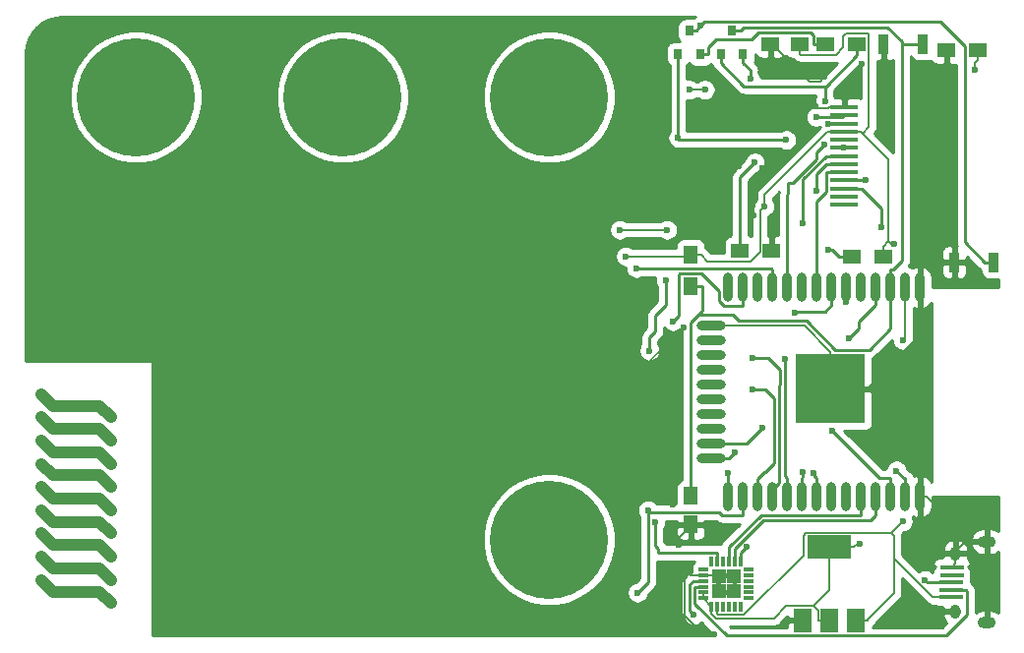
<source format=gbr>
G04 #@! TF.GenerationSoftware,KiCad,Pcbnew,(5.1.2)-1*
G04 #@! TF.CreationDate,2019-08-13T14:32:56+02:00*
G04 #@! TF.ProjectId,tinyRF24,74696e79-5246-4323-942e-6b696361645f,rev?*
G04 #@! TF.SameCoordinates,Original*
G04 #@! TF.FileFunction,Copper,L1,Top*
G04 #@! TF.FilePolarity,Positive*
%FSLAX46Y46*%
G04 Gerber Fmt 4.6, Leading zero omitted, Abs format (unit mm)*
G04 Created by KiCad (PCBNEW (5.1.2)-1) date 2019-08-13 14:32:56*
%MOMM*%
%LPD*%
G04 APERTURE LIST*
%ADD10O,0.900000X2.500000*%
%ADD11O,2.500000X0.900000*%
%ADD12R,6.000000X6.000000*%
%ADD13R,2.400000X0.400000*%
%ADD14R,1.500000X2.000000*%
%ADD15R,3.800000X2.000000*%
%ADD16C,1.270000*%
%ADD17C,10.160000*%
%ADD18R,1.500000X1.300000*%
%ADD19R,1.500000X1.250000*%
%ADD20R,0.800000X0.900000*%
%ADD21R,0.900000X1.700000*%
%ADD22R,1.250000X1.500000*%
%ADD23R,1.300000X1.500000*%
%ADD24R,1.300000X1.300000*%
%ADD25R,0.300000X0.850000*%
%ADD26R,0.850000X0.300000*%
%ADD27R,2.000000X0.400000*%
%ADD28O,0.950000X1.250000*%
%ADD29O,1.550000X1.000000*%
%ADD30C,0.600000*%
%ADD31C,0.152400*%
%ADD32C,0.250000*%
%ADD33C,1.000000*%
%ADD34C,0.254000*%
G04 APERTURE END LIST*
D10*
X161460000Y-91550000D03*
X160190000Y-91550000D03*
X158920000Y-91550000D03*
X157650000Y-91550000D03*
X156380000Y-91550000D03*
X155110000Y-91550000D03*
X153840000Y-91550000D03*
X152570000Y-91550000D03*
X151300000Y-91550000D03*
X150030000Y-91550000D03*
X148760000Y-91550000D03*
X147490000Y-91550000D03*
X146220000Y-91550000D03*
X144950000Y-91550000D03*
D11*
X143460000Y-88265000D03*
X143460000Y-86995000D03*
X143460000Y-85725000D03*
X143460000Y-84455000D03*
X143460000Y-83185000D03*
X143460000Y-81915000D03*
X143460000Y-80645000D03*
X143460000Y-79375000D03*
X143460000Y-78105000D03*
X143460000Y-76835000D03*
D10*
X144950000Y-73550000D03*
X146220000Y-73550000D03*
X147490000Y-73550000D03*
X148760000Y-73550000D03*
X150030000Y-73550000D03*
X151300000Y-73550000D03*
X152570000Y-73550000D03*
X153840000Y-73550000D03*
X155110000Y-73550000D03*
X156380000Y-73550000D03*
X157650000Y-73550000D03*
X158920000Y-73550000D03*
X160190000Y-73550000D03*
X161460000Y-73550000D03*
D12*
X153760000Y-82250000D03*
D13*
X154940000Y-66430000D03*
X154940000Y-58030000D03*
X154940000Y-65730000D03*
X154940000Y-62230000D03*
X154940000Y-65030000D03*
X154940000Y-64330000D03*
X154940000Y-63630000D03*
X154940000Y-62930000D03*
X154940000Y-59430000D03*
X154940000Y-61530000D03*
X154940000Y-60830000D03*
X154940000Y-58730000D03*
X154940000Y-60130000D03*
D14*
X151370000Y-102210000D03*
X155970000Y-102210000D03*
X153670000Y-102210000D03*
D15*
X153670000Y-95910000D03*
D16*
X95730000Y-60400000D03*
D17*
X93980000Y-57150000D03*
X129540000Y-57150000D03*
D16*
X131290000Y-60400000D03*
D18*
X145970000Y-70358000D03*
X148670000Y-70358000D03*
D17*
X129540000Y-95250000D03*
D16*
X132790000Y-93500000D03*
D18*
X155600000Y-70916800D03*
X158300000Y-70916800D03*
D19*
X151110000Y-52578000D03*
X148610000Y-52578000D03*
D20*
X141605000Y-51451000D03*
X142555000Y-53451000D03*
X140655000Y-53451000D03*
D16*
X113510000Y-60400000D03*
D17*
X111760000Y-57150000D03*
D21*
X164416000Y-71374000D03*
X167816000Y-71374000D03*
D18*
X166450000Y-53086000D03*
X163750000Y-53086000D03*
D22*
X141732000Y-91460000D03*
X141732000Y-93960000D03*
D23*
X141732000Y-73406000D03*
X141732000Y-70706000D03*
D21*
X161720000Y-52578000D03*
X158320000Y-52578000D03*
D24*
X144130000Y-98410000D03*
X144130000Y-99710000D03*
X145430000Y-98410000D03*
X145430000Y-99710000D03*
D25*
X143530000Y-97110000D03*
X144030000Y-97110000D03*
X144530000Y-97110000D03*
X145030000Y-97110000D03*
X145530000Y-97110000D03*
X146030000Y-97110000D03*
D26*
X146730000Y-97810000D03*
X146730000Y-98310000D03*
X146730000Y-98810000D03*
X146730000Y-99310000D03*
X146730000Y-99810000D03*
X146730000Y-100310000D03*
D25*
X146030000Y-101010000D03*
X145530000Y-101010000D03*
X145030000Y-101010000D03*
X144530000Y-101010000D03*
X144030000Y-101010000D03*
X143530000Y-101010000D03*
D26*
X142830000Y-100310000D03*
X142830000Y-99810000D03*
X142830000Y-99310000D03*
X142830000Y-98810000D03*
X142830000Y-98310000D03*
X142830000Y-97810000D03*
D20*
X144338000Y-53451000D03*
X146238000Y-53451000D03*
X145288000Y-51451000D03*
D18*
X156036000Y-52578000D03*
X153336000Y-52578000D03*
D27*
X164188140Y-100223320D03*
X164188140Y-99590860D03*
X164180520Y-98945700D03*
X164193220Y-98287840D03*
X164193220Y-97637600D03*
D28*
X164512000Y-101433000D03*
X164512000Y-96433000D03*
D29*
X167212000Y-102433000D03*
X167212000Y-95433000D03*
D30*
X110951800Y-80013500D03*
X120904900Y-97435700D03*
X106112600Y-99184200D03*
X107840000Y-85692600D03*
X110695000Y-78046400D03*
X140716000Y-95734700D03*
X141224000Y-97790000D03*
X143764000Y-103378000D03*
X151370000Y-102354000D03*
X156464000Y-54319500D03*
X158320000Y-52578000D03*
X153267179Y-55438237D03*
X154940000Y-56642000D03*
X145903000Y-63119000D03*
X144780000Y-64770000D03*
X148670000Y-70358000D03*
X147874723Y-63282486D03*
X147162400Y-67310000D03*
X143460000Y-76835000D03*
X141107000Y-76962000D03*
X140208000Y-92202000D03*
X141732000Y-93842900D03*
X154940000Y-61530000D03*
X153606500Y-59489500D03*
X152463500Y-57912000D03*
X159271300Y-69816700D03*
X156279400Y-95612500D03*
X159979300Y-78082800D03*
X148072500Y-66559300D03*
X136144000Y-70866000D03*
X166161600Y-54848100D03*
X159989600Y-93694700D03*
X142952600Y-56515000D03*
X141605000Y-56515000D03*
X139700000Y-68580000D03*
X135635000Y-68580000D03*
X158148700Y-68398700D03*
X159446600Y-89314600D03*
X156762100Y-64259500D03*
X151372600Y-89423400D03*
X149867000Y-79684700D03*
X151393700Y-68018400D03*
X152557700Y-65251200D03*
X147874400Y-85622800D03*
X151300000Y-73550000D03*
X147490000Y-73550000D03*
X144950000Y-73550000D03*
X143460000Y-78105000D03*
X85840000Y-96730000D03*
X85840000Y-98730000D03*
X85840000Y-90730000D03*
X85840000Y-94730000D03*
X91840000Y-96730000D03*
X91840000Y-90730000D03*
X85840000Y-92730000D03*
X91840000Y-88730000D03*
X91840000Y-98730000D03*
X91840000Y-100730000D03*
X91840000Y-92730000D03*
X91840000Y-94730000D03*
X85840000Y-84730000D03*
X85840000Y-86730000D03*
X85840000Y-88730000D03*
X85840000Y-82730000D03*
X91840000Y-84730000D03*
X91840000Y-86730000D03*
X152275000Y-89531100D03*
X138059000Y-92710000D03*
X137160000Y-99822000D03*
X140208000Y-76454000D03*
X137043000Y-71882000D03*
X147244200Y-62790100D03*
X153869600Y-85872300D03*
X153534900Y-70304100D03*
X144932000Y-89512300D03*
X142562000Y-51032700D03*
X141991900Y-101729000D03*
X161887935Y-98716065D03*
X149951600Y-60857000D03*
X138684000Y-93726000D03*
X138176000Y-78994000D03*
X139583000Y-72898000D03*
X140655000Y-60645000D03*
X146519700Y-95906900D03*
X153276600Y-57501200D03*
X146838100Y-55572300D03*
X153255759Y-61205451D03*
X152527000Y-58864500D03*
X147066000Y-82312500D03*
X147066000Y-79612500D03*
X155130500Y-74803000D03*
X155384500Y-77914500D03*
X145542000Y-87757000D03*
X150685500Y-75692000D03*
D31*
X161460000Y-91550000D02*
X161460000Y-86797600D01*
X161460000Y-86797600D02*
X156912000Y-82250000D01*
X153760000Y-82250000D02*
X156912000Y-82250000D01*
X156912000Y-82250000D02*
X161460000Y-77702400D01*
X161460000Y-77702400D02*
X161460000Y-73550000D01*
X153760000Y-82250000D02*
X153760000Y-79097600D01*
X153760000Y-79097600D02*
X151497000Y-76835000D01*
X151497000Y-76835000D02*
X143460000Y-76835000D01*
X140716000Y-95101000D02*
X140716000Y-95734700D01*
X141732000Y-93960000D02*
X141732000Y-94085000D01*
X141732000Y-94085000D02*
X140716000Y-95101000D01*
X141744000Y-98310000D02*
X142830000Y-98310000D01*
X141224000Y-97790000D02*
X141744000Y-98310000D01*
X144030000Y-98310000D02*
X144130000Y-98410000D01*
X142830000Y-98310000D02*
X144030000Y-98310000D01*
X144130000Y-98410000D02*
X145430000Y-98410000D01*
X145430000Y-98410000D02*
X145430000Y-99710000D01*
X145430000Y-99710000D02*
X144130000Y-99710000D01*
X144130000Y-99710000D02*
X144130000Y-98410000D01*
X142788122Y-103378000D02*
X143764000Y-103378000D01*
X141224000Y-97790000D02*
X141224000Y-101813878D01*
X141224000Y-101813878D02*
X142788122Y-103378000D01*
X154940000Y-55843500D02*
X156464000Y-54319500D01*
X152893526Y-55811890D02*
X153267179Y-55438237D01*
X151968890Y-55811890D02*
X152893526Y-55811890D01*
X148610000Y-52578000D02*
X148735000Y-52578000D01*
X148735000Y-52578000D02*
X151968890Y-55811890D01*
X154940000Y-58030000D02*
X154940000Y-56642000D01*
X154940000Y-56642000D02*
X154940000Y-55843500D01*
X144780000Y-64117000D02*
X144780000Y-64770000D01*
X145903000Y-63119000D02*
X145778000Y-63119000D01*
X145778000Y-63119000D02*
X144780000Y-64117000D01*
X147874723Y-63282486D02*
X147162400Y-63994809D01*
X147162400Y-63994809D02*
X147162400Y-67310000D01*
X141107000Y-76962000D02*
X135636000Y-82433000D01*
X135636000Y-82433000D02*
X135636000Y-88646000D01*
X135636000Y-88646000D02*
X139192000Y-92202000D01*
X139192000Y-92202000D02*
X140208000Y-92202000D01*
X164512000Y-97318820D02*
X164193220Y-97637600D01*
X164512000Y-96433000D02*
X164512000Y-97318820D01*
X164512000Y-96283000D02*
X164512000Y-96433000D01*
X165362000Y-95433000D02*
X164512000Y-96283000D01*
X167212000Y-95433000D02*
X165362000Y-95433000D01*
X165362000Y-94849600D02*
X165362000Y-95433000D01*
X162062400Y-91550000D02*
X165362000Y-94849600D01*
X161460000Y-91550000D02*
X162062400Y-91550000D01*
X167212000Y-101780600D02*
X167212000Y-95433000D01*
X167212000Y-102433000D02*
X167212000Y-101780600D01*
X154880500Y-59489500D02*
X154940000Y-59430000D01*
X153606500Y-59489500D02*
X154880500Y-59489500D01*
X153587600Y-58030000D02*
X154940000Y-58030000D01*
X153540199Y-58077401D02*
X153587600Y-58030000D01*
X152628901Y-58077401D02*
X153540199Y-58077401D01*
X152463500Y-57912000D02*
X152628901Y-58077401D01*
X158759600Y-69578300D02*
X158300000Y-70037900D01*
X158759600Y-62520800D02*
X158759600Y-69578300D01*
X159271300Y-69816700D02*
X158998000Y-69816700D01*
X158998000Y-69816700D02*
X158759600Y-69578300D01*
X159979300Y-78082800D02*
X160190000Y-77872100D01*
X160190000Y-77872100D02*
X160190000Y-73550000D01*
X158300000Y-70916800D02*
X158300000Y-70037900D01*
X156368800Y-60130000D02*
X156368900Y-60129900D01*
X156292600Y-60130000D02*
X156368800Y-60130000D01*
X153670000Y-95910000D02*
X153670000Y-99629600D01*
X153670000Y-99629600D02*
X152318600Y-100981000D01*
X153718400Y-95910000D02*
X153670000Y-95910000D01*
X152318600Y-100981000D02*
X152691100Y-101353500D01*
X152691100Y-101353500D02*
X152691100Y-102210000D01*
X143530000Y-101663900D02*
X143885800Y-102019700D01*
X143885800Y-102019700D02*
X148889400Y-102019700D01*
X148889400Y-102019700D02*
X149928100Y-100981000D01*
X149928100Y-100981000D02*
X152318600Y-100981000D01*
X143530000Y-101010000D02*
X143530000Y-101663900D01*
X142830000Y-100310000D02*
X143530000Y-101010000D01*
X153670000Y-102210000D02*
X152691100Y-102210000D01*
X154940000Y-60130000D02*
X156292600Y-60130000D01*
X142610900Y-70706000D02*
X143189500Y-71284600D01*
X143189500Y-71284600D02*
X146876600Y-71284600D01*
X146876600Y-71284600D02*
X147691000Y-70470200D01*
X147691000Y-70470200D02*
X147691000Y-66940800D01*
X147691000Y-66940800D02*
X148072500Y-66559300D01*
X153511100Y-60130000D02*
X148072500Y-65568600D01*
X148072500Y-65568600D02*
X148072500Y-66559300D01*
X141732000Y-70706000D02*
X142610900Y-70706000D01*
X153718400Y-95910000D02*
X155798900Y-95910000D01*
X156279400Y-95612500D02*
X156096400Y-95612500D01*
X156096400Y-95612500D02*
X155798900Y-95910000D01*
X154940000Y-60130000D02*
X153511100Y-60130000D01*
X142830000Y-99810000D02*
X142830000Y-100310000D01*
X141572000Y-70866000D02*
X141732000Y-70706000D01*
X136144000Y-70866000D02*
X141572000Y-70866000D01*
X157062600Y-59726400D02*
X156513900Y-60275100D01*
X157062600Y-51770200D02*
X157062600Y-59726400D01*
X156943800Y-51651400D02*
X157062600Y-51770200D01*
X154865400Y-52903600D02*
X154865400Y-51901700D01*
X156513900Y-60275100D02*
X158759600Y-62520800D01*
X156368800Y-60130000D02*
X156513900Y-60275100D01*
X151110000Y-52578000D02*
X151110000Y-53431900D01*
X154865400Y-51901700D02*
X155115700Y-51651400D01*
X151110000Y-53431900D02*
X151182700Y-53504600D01*
X151182700Y-53504600D02*
X154264400Y-53504600D01*
X155115700Y-51651400D02*
X156943800Y-51651400D01*
X154264400Y-53504600D02*
X154865400Y-52903600D01*
X166450000Y-53086000D02*
X166450000Y-53964900D01*
X166450000Y-53964900D02*
X166161600Y-54253300D01*
X166161600Y-54253300D02*
X166161600Y-54848100D01*
X155970000Y-102210000D02*
X156948900Y-102210000D01*
X158999200Y-94685100D02*
X159989600Y-93694700D01*
X144030000Y-101663900D02*
X144077700Y-101711600D01*
X144077700Y-101711600D02*
X146297700Y-101711600D01*
X146297700Y-101711600D02*
X151413700Y-96595600D01*
X151413700Y-96595600D02*
X151413700Y-94920400D01*
X151413700Y-94920400D02*
X151653000Y-94681100D01*
X151653000Y-94681100D02*
X158995100Y-94681100D01*
X158995100Y-94681100D02*
X158999200Y-94685100D01*
X144030000Y-101010000D02*
X144030000Y-101663900D01*
X142952600Y-56515000D02*
X141605000Y-56515000D01*
X139700000Y-68580000D02*
X135635000Y-68580000D01*
X162580320Y-100223320D02*
X164188140Y-100223320D01*
X159245100Y-96888100D02*
X162580320Y-100223320D01*
X158999200Y-94685100D02*
X159245100Y-94931100D01*
X159245100Y-94931100D02*
X159245100Y-96888100D01*
X159245100Y-96888100D02*
X159245100Y-99834900D01*
X156948900Y-102131100D02*
X159245100Y-99834900D01*
X156948900Y-102210000D02*
X156948900Y-102131100D01*
D32*
X160190000Y-91550000D02*
X160190000Y-89974700D01*
X154940000Y-65030000D02*
X156465300Y-65030000D01*
X158148700Y-68398700D02*
X158148700Y-66713400D01*
X158148700Y-66713400D02*
X156465300Y-65030000D01*
X160190000Y-89974700D02*
X160106700Y-89974700D01*
X160106700Y-89974700D02*
X159446600Y-89314600D01*
X154940000Y-64330000D02*
X156465300Y-64330000D01*
X156762100Y-64259500D02*
X156535800Y-64259500D01*
X156535800Y-64259500D02*
X156465300Y-64330000D01*
X151300000Y-91550000D02*
X151300000Y-89974700D01*
X151300000Y-89974700D02*
X151372600Y-89902100D01*
X151372600Y-89902100D02*
X151372600Y-89423400D01*
X153414700Y-62230000D02*
X151393700Y-64251000D01*
X151393700Y-64251000D02*
X151393700Y-68018400D01*
X150030000Y-91550000D02*
X150030000Y-89974700D01*
X149867000Y-79684700D02*
X149867000Y-89811700D01*
X149867000Y-89811700D02*
X150030000Y-89974700D01*
X154940000Y-62230000D02*
X153414700Y-62230000D01*
X153414700Y-62930000D02*
X152557700Y-63787000D01*
X152557700Y-63787000D02*
X152557700Y-65251200D01*
X154940000Y-62930000D02*
X153414700Y-62930000D01*
X143460000Y-86995000D02*
X146502200Y-86995000D01*
X146502200Y-86995000D02*
X147874400Y-85622800D01*
X154940000Y-63630000D02*
X153414700Y-63630000D01*
X152570000Y-73550000D02*
X152570000Y-66155300D01*
X152570000Y-66155300D02*
X153414700Y-65310600D01*
X153414700Y-65310600D02*
X153414700Y-63630000D01*
D33*
X85840000Y-94730000D02*
X86840000Y-95730000D01*
X86840000Y-95730000D02*
X90840000Y-95730000D01*
X90840000Y-95730000D02*
X91840000Y-96730000D01*
X85840000Y-86730000D02*
X86840000Y-87730000D01*
X86840000Y-87730000D02*
X90840000Y-87730000D01*
X90840000Y-87730000D02*
X91840000Y-88730000D01*
X85840000Y-84730000D02*
X86840000Y-85730000D01*
X86840000Y-85730000D02*
X90840000Y-85730000D01*
X90840000Y-85730000D02*
X91840000Y-86730000D01*
X85840000Y-98730000D02*
X86840000Y-99730000D01*
X86840000Y-99730000D02*
X90840000Y-99730000D01*
X90840000Y-99730000D02*
X91840000Y-100730000D01*
X85840000Y-92730000D02*
X86840000Y-93730000D01*
X86840000Y-93730000D02*
X90840000Y-93730000D01*
X90840000Y-93730000D02*
X91840000Y-94730000D01*
X85840000Y-90730000D02*
X86840000Y-91730000D01*
X86840000Y-91730000D02*
X90840000Y-91730000D01*
X90840000Y-91730000D02*
X91840000Y-92730000D01*
X85840000Y-88730000D02*
X86840000Y-89730000D01*
X86840000Y-89730000D02*
X90840000Y-89730000D01*
X90840000Y-89730000D02*
X91840000Y-90730000D01*
X85840000Y-96730000D02*
X86840000Y-97730000D01*
X86840000Y-97730000D02*
X90840000Y-97730000D01*
X90840000Y-97730000D02*
X91840000Y-98730000D01*
X85840000Y-82730000D02*
X86840000Y-83730000D01*
X86840000Y-83730000D02*
X90840000Y-83730000D01*
X90840000Y-83730000D02*
X91840000Y-84730000D01*
D32*
X152570000Y-91550000D02*
X152570000Y-89974700D01*
X152570000Y-89974700D02*
X152275000Y-89679700D01*
X152275000Y-89679700D02*
X152275000Y-89531100D01*
X146220000Y-93125300D02*
X144415300Y-93125300D01*
X144415300Y-93125300D02*
X144174600Y-92884600D01*
X144174600Y-92884600D02*
X138314100Y-92884600D01*
X146220000Y-91550000D02*
X146220000Y-93125300D01*
X138314100Y-92884600D02*
X138233600Y-92884600D01*
X138233600Y-92884600D02*
X138059000Y-92710000D01*
X138059000Y-93134264D02*
X138059000Y-92710000D01*
X138058999Y-98923001D02*
X138059000Y-93134264D01*
X137160000Y-99822000D02*
X138058999Y-98923001D01*
X146220000Y-73550000D02*
X146220000Y-75125300D01*
X146220000Y-75125300D02*
X144602800Y-75125300D01*
X144602800Y-75125300D02*
X144174600Y-74697100D01*
X144174600Y-74697100D02*
X144174600Y-73895600D01*
X144174600Y-73895600D02*
X142609600Y-72330600D01*
X140822398Y-72330600D02*
X140716000Y-72436998D01*
X142609600Y-72330600D02*
X140822398Y-72330600D01*
X140716000Y-72436998D02*
X140716000Y-75946000D01*
X140208000Y-76454000D02*
X140716000Y-75946000D01*
X148760000Y-73550000D02*
X148760000Y-71974700D01*
X148760000Y-71974700D02*
X148665500Y-71880200D01*
X140636388Y-71880200D02*
X148665500Y-71880200D01*
X140634588Y-71882000D02*
X140636388Y-71880200D01*
X137043000Y-71882000D02*
X140634588Y-71882000D01*
X145970000Y-70358000D02*
X145970000Y-69382700D01*
X147244200Y-62790100D02*
X145970000Y-64064300D01*
X145970000Y-64064300D02*
X145970000Y-69382700D01*
X158920000Y-91550000D02*
X158920000Y-89974700D01*
X158920000Y-89974700D02*
X157972000Y-89974700D01*
X157972000Y-89974700D02*
X153869600Y-85872300D01*
X159896600Y-52578000D02*
X159896600Y-52389500D01*
X159896600Y-52389500D02*
X158682000Y-51174900D01*
X158682000Y-51174900D02*
X146289400Y-51174900D01*
X146289400Y-51174900D02*
X146013300Y-51451000D01*
X160944700Y-52578000D02*
X159896600Y-52578000D01*
X159896600Y-71239100D02*
X159896600Y-52578000D01*
X158920000Y-73550000D02*
X158920000Y-71974700D01*
X142724300Y-75575700D02*
X142724300Y-73423000D01*
X142724300Y-73423000D02*
X142707300Y-73406000D01*
X141732000Y-91460000D02*
X141732000Y-76568000D01*
X141732000Y-73406000D02*
X142707300Y-73406000D01*
X161720000Y-52578000D02*
X160944700Y-52578000D01*
X159161000Y-71974700D02*
X159896600Y-71239100D01*
X158920000Y-71974700D02*
X159161000Y-71974700D01*
X142424000Y-75876000D02*
X145345000Y-75876000D01*
X142424000Y-75876000D02*
X142724300Y-75575700D01*
X141732000Y-76568000D02*
X142424000Y-75876000D01*
X151514156Y-76433790D02*
X151663152Y-76433777D01*
X145345000Y-75876000D02*
X145902790Y-76433790D01*
X145902790Y-76433790D02*
X151514156Y-76433790D01*
X151663152Y-76433777D02*
X154154814Y-78924999D01*
X154154814Y-78924999D02*
X157104501Y-78924999D01*
X158920000Y-77109500D02*
X158920000Y-73550000D01*
X157104501Y-78924999D02*
X158920000Y-77109500D01*
X145288000Y-51451000D02*
X146013300Y-51451000D01*
X167816000Y-71374000D02*
X167040700Y-71374000D01*
X167040700Y-71374000D02*
X165302300Y-69635600D01*
X165302300Y-69635600D02*
X165302300Y-52764900D01*
X165302300Y-52764900D02*
X163213000Y-50675600D01*
X163213000Y-50675600D02*
X142919100Y-50675600D01*
X142919100Y-50675600D02*
X142562000Y-51032700D01*
X155600000Y-70916800D02*
X154524700Y-70916800D01*
X153534900Y-70304100D02*
X153912000Y-70304100D01*
X153912000Y-70304100D02*
X154524700Y-70916800D01*
X144950000Y-91550000D02*
X144950000Y-89974700D01*
X144950000Y-89974700D02*
X144932000Y-89956700D01*
X144932000Y-89956700D02*
X144932000Y-89512300D01*
X142562000Y-51032700D02*
X142330300Y-51264400D01*
X142330300Y-51375700D02*
X142330300Y-51264400D01*
X142255000Y-51451000D02*
X142330300Y-51375700D01*
X141605000Y-51451000D02*
X142255000Y-51451000D01*
X142830000Y-98810000D02*
X141929400Y-98810000D01*
X141929400Y-98810000D02*
X141629300Y-99110100D01*
X141629300Y-99110100D02*
X141629300Y-101366400D01*
X141629300Y-101366400D02*
X141991900Y-101729000D01*
X162117570Y-98945700D02*
X164180520Y-98945700D01*
X161887935Y-98716065D02*
X162117570Y-98945700D01*
X142079700Y-99310000D02*
X142079700Y-100785000D01*
X142830000Y-99310000D02*
X142079700Y-99310000D01*
X142079700Y-100785000D02*
X144830100Y-103535400D01*
X163690984Y-103535400D02*
X144830100Y-103535400D01*
X165513141Y-101713243D02*
X163690984Y-103535400D01*
X165513141Y-99665861D02*
X165513141Y-101713243D01*
X165438140Y-99590860D02*
X165513141Y-99665861D01*
X164188140Y-99590860D02*
X165438140Y-99590860D01*
X152260700Y-52578000D02*
X153336000Y-52578000D01*
X152260700Y-51865200D02*
X152260700Y-52578000D01*
X152023100Y-51627600D02*
X152260700Y-51865200D01*
X147554100Y-51627600D02*
X152023100Y-51627600D01*
X143280300Y-53451000D02*
X143280300Y-52871200D01*
X142555000Y-53451000D02*
X143280300Y-53451000D01*
X143280300Y-52871200D02*
X143925499Y-52226001D01*
X146955300Y-52226400D02*
X147554100Y-51627600D01*
X143925499Y-52226001D02*
X146079001Y-52226001D01*
X146079001Y-52226001D02*
X146079400Y-52226400D01*
X146079400Y-52226400D02*
X146955300Y-52226400D01*
X138938000Y-96359700D02*
X144030000Y-96359700D01*
X140655000Y-60857000D02*
X149951600Y-60857000D01*
X144030000Y-97110000D02*
X144030000Y-96359700D01*
X138938000Y-96359700D02*
X138938000Y-96012000D01*
X138938000Y-96012000D02*
X138684000Y-95758000D01*
X138684000Y-95758000D02*
X138684000Y-93726000D01*
X138176000Y-77849590D02*
X138684000Y-77341590D01*
X138176000Y-78994000D02*
X138176000Y-77849590D01*
X138684000Y-77341590D02*
X138684000Y-75946000D01*
X138684000Y-75946000D02*
X139583000Y-75047000D01*
X139583000Y-75047000D02*
X139583000Y-72898000D01*
X140655000Y-60857000D02*
X140655000Y-60645000D01*
X140655000Y-60645000D02*
X140655000Y-53451000D01*
X153276600Y-56213100D02*
X153376200Y-56213100D01*
X153376200Y-56213100D02*
X156036000Y-53553300D01*
X144338000Y-54226300D02*
X146324800Y-56213100D01*
X146324800Y-56213100D02*
X153276600Y-56213100D01*
X153276600Y-56213100D02*
X153276600Y-57501200D01*
X146030000Y-97110000D02*
X146030000Y-96359700D01*
X146519700Y-95906900D02*
X146066900Y-96359700D01*
X146066900Y-96359700D02*
X146030000Y-96359700D01*
X144338000Y-53451000D02*
X144338000Y-54226300D01*
X156036000Y-52578000D02*
X156036000Y-53553300D01*
X146238000Y-53451000D02*
X146238000Y-54226300D01*
X146238000Y-54226300D02*
X146838100Y-54826400D01*
X146838100Y-54826400D02*
X146838100Y-55572300D01*
X157650000Y-93125300D02*
X157199600Y-93575700D01*
X157199600Y-93575700D02*
X147966600Y-93575700D01*
X147966600Y-93575700D02*
X145530000Y-96012300D01*
X145530000Y-96012300D02*
X145530000Y-97110000D01*
X157650000Y-91550000D02*
X157650000Y-93125300D01*
X156380000Y-93125300D02*
X147780100Y-93125300D01*
X147780100Y-93125300D02*
X145030000Y-95875400D01*
X145030000Y-95875400D02*
X145030000Y-97110000D01*
X156380000Y-91550000D02*
X156380000Y-93125300D01*
X150030000Y-73550000D02*
X150030000Y-65575000D01*
X150114000Y-65491000D02*
X150114000Y-64516000D01*
X150030000Y-65575000D02*
X150114000Y-65491000D01*
X150492290Y-64516000D02*
X152527000Y-62481290D01*
X150114000Y-64516000D02*
X150492290Y-64516000D01*
X152527000Y-62481290D02*
X152527000Y-61934210D01*
X152527000Y-61934210D02*
X153255759Y-61205451D01*
X154805500Y-58864500D02*
X154940000Y-58730000D01*
X152527000Y-58864500D02*
X154805500Y-58864500D01*
X147490000Y-90050000D02*
X148068500Y-89471500D01*
X147490000Y-91550000D02*
X147490000Y-90050000D01*
X148145500Y-89471500D02*
X148901990Y-88715010D01*
X148068500Y-89471500D02*
X148145500Y-89471500D01*
X148901990Y-88715010D02*
X148901990Y-83052490D01*
X148901990Y-83052490D02*
X148162000Y-82312500D01*
X148162000Y-82312500D02*
X147066000Y-82312500D01*
X148760000Y-90923971D02*
X149352000Y-90331971D01*
X148760000Y-91550000D02*
X148760000Y-90923971D01*
X149352000Y-81978500D02*
X149416990Y-81913510D01*
X149352000Y-90331971D02*
X149352000Y-81978500D01*
X149416990Y-81913510D02*
X149416990Y-80646490D01*
X149416990Y-80646490D02*
X148383000Y-79612500D01*
X148383000Y-79612500D02*
X147066000Y-79612500D01*
X155110000Y-73550000D02*
X155110000Y-74782500D01*
X155110000Y-74782500D02*
X155130500Y-74803000D01*
X157650000Y-75050000D02*
X156210000Y-76490000D01*
X157650000Y-73550000D02*
X157650000Y-75050000D01*
X156210000Y-76490000D02*
X156210000Y-77089000D01*
X156210000Y-77089000D02*
X155384500Y-77914500D01*
X143460000Y-88265000D02*
X145034000Y-88265000D01*
X145034000Y-88265000D02*
X145542000Y-87757000D01*
X153840000Y-75050000D02*
X153289000Y-75601000D01*
X153840000Y-73550000D02*
X153840000Y-75050000D01*
X153289000Y-75601000D02*
X150776500Y-75601000D01*
X150776500Y-75601000D02*
X150685500Y-75692000D01*
D34*
G36*
X141965972Y-50306438D02*
G01*
X141909482Y-50362928D01*
X141205000Y-50362928D01*
X141080518Y-50375188D01*
X140960820Y-50411498D01*
X140850506Y-50470463D01*
X140753815Y-50549815D01*
X140674463Y-50646506D01*
X140615498Y-50756820D01*
X140579188Y-50876518D01*
X140566928Y-51001000D01*
X140566928Y-51901000D01*
X140579188Y-52025482D01*
X140615498Y-52145180D01*
X140674463Y-52255494D01*
X140753815Y-52352185D01*
X140766905Y-52362928D01*
X140255000Y-52362928D01*
X140130518Y-52375188D01*
X140010820Y-52411498D01*
X139900506Y-52470463D01*
X139803815Y-52549815D01*
X139724463Y-52646506D01*
X139665498Y-52756820D01*
X139629188Y-52876518D01*
X139616928Y-53001000D01*
X139616928Y-53901000D01*
X139629188Y-54025482D01*
X139665498Y-54145180D01*
X139724463Y-54255494D01*
X139803815Y-54352185D01*
X139895001Y-54427019D01*
X139895000Y-60099464D01*
X139826414Y-60202111D01*
X139755932Y-60372271D01*
X139720000Y-60552911D01*
X139720000Y-60737089D01*
X139755932Y-60917729D01*
X139826414Y-61087889D01*
X139928738Y-61241028D01*
X140058972Y-61371262D01*
X140191700Y-61459948D01*
X140230724Y-61491974D01*
X140362753Y-61562546D01*
X140506014Y-61606003D01*
X140655000Y-61620677D01*
X140692333Y-61617000D01*
X149406065Y-61617000D01*
X149508711Y-61685586D01*
X149678871Y-61756068D01*
X149859511Y-61792000D01*
X150043689Y-61792000D01*
X150224329Y-61756068D01*
X150394489Y-61685586D01*
X150547628Y-61583262D01*
X150677862Y-61453028D01*
X150780186Y-61299889D01*
X150850668Y-61129729D01*
X150886600Y-60949089D01*
X150886600Y-60764911D01*
X150850668Y-60584271D01*
X150780186Y-60414111D01*
X150677862Y-60260972D01*
X150547628Y-60130738D01*
X150394489Y-60028414D01*
X150224329Y-59957932D01*
X150043689Y-59922000D01*
X149859511Y-59922000D01*
X149678871Y-59957932D01*
X149508711Y-60028414D01*
X149406065Y-60097000D01*
X141415000Y-60097000D01*
X141415000Y-57430524D01*
X141512911Y-57450000D01*
X141697089Y-57450000D01*
X141877729Y-57414068D01*
X142047889Y-57343586D01*
X142201028Y-57241262D01*
X142216090Y-57226200D01*
X142341510Y-57226200D01*
X142356572Y-57241262D01*
X142509711Y-57343586D01*
X142679871Y-57414068D01*
X142860511Y-57450000D01*
X143044689Y-57450000D01*
X143225329Y-57414068D01*
X143395489Y-57343586D01*
X143548628Y-57241262D01*
X143678862Y-57111028D01*
X143781186Y-56957889D01*
X143851668Y-56787729D01*
X143887600Y-56607089D01*
X143887600Y-56422911D01*
X143851668Y-56242271D01*
X143781186Y-56072111D01*
X143678862Y-55918972D01*
X143548628Y-55788738D01*
X143395489Y-55686414D01*
X143225329Y-55615932D01*
X143044689Y-55580000D01*
X142860511Y-55580000D01*
X142679871Y-55615932D01*
X142509711Y-55686414D01*
X142356572Y-55788738D01*
X142341510Y-55803800D01*
X142216090Y-55803800D01*
X142201028Y-55788738D01*
X142047889Y-55686414D01*
X141877729Y-55615932D01*
X141697089Y-55580000D01*
X141512911Y-55580000D01*
X141415000Y-55599476D01*
X141415000Y-54427018D01*
X141506185Y-54352185D01*
X141585537Y-54255494D01*
X141605000Y-54219082D01*
X141624463Y-54255494D01*
X141703815Y-54352185D01*
X141800506Y-54431537D01*
X141910820Y-54490502D01*
X142030518Y-54526812D01*
X142155000Y-54539072D01*
X142955000Y-54539072D01*
X143079482Y-54526812D01*
X143199180Y-54490502D01*
X143309494Y-54431537D01*
X143406185Y-54352185D01*
X143446500Y-54303061D01*
X143486815Y-54352185D01*
X143583506Y-54431537D01*
X143610426Y-54445926D01*
X143617317Y-54468645D01*
X143632454Y-54518546D01*
X143703026Y-54650576D01*
X143774201Y-54737302D01*
X143798000Y-54766301D01*
X143826998Y-54790099D01*
X145761001Y-56724103D01*
X145784799Y-56753101D01*
X145813797Y-56776899D01*
X145900524Y-56848074D01*
X146032553Y-56918646D01*
X146175814Y-56962103D01*
X146324800Y-56976777D01*
X146362133Y-56973100D01*
X152504950Y-56973100D01*
X152448014Y-57058311D01*
X152377532Y-57228471D01*
X152341600Y-57409111D01*
X152341600Y-57593289D01*
X152377532Y-57773929D01*
X152441971Y-57929500D01*
X152434911Y-57929500D01*
X152254271Y-57965432D01*
X152084111Y-58035914D01*
X151930972Y-58138238D01*
X151800738Y-58268472D01*
X151698414Y-58421611D01*
X151627932Y-58591771D01*
X151592000Y-58772411D01*
X151592000Y-58956589D01*
X151627932Y-59137229D01*
X151698414Y-59307389D01*
X151800738Y-59460528D01*
X151930972Y-59590762D01*
X152084111Y-59693086D01*
X152254271Y-59763568D01*
X152434911Y-59799500D01*
X152619089Y-59799500D01*
X152799729Y-59763568D01*
X152922666Y-59712646D01*
X147594311Y-65041002D01*
X147567173Y-65063274D01*
X147478298Y-65171568D01*
X147412258Y-65295120D01*
X147371591Y-65429181D01*
X147361300Y-65533665D01*
X147361300Y-65533674D01*
X147357860Y-65568600D01*
X147361300Y-65603526D01*
X147361300Y-65948210D01*
X147346238Y-65963272D01*
X147243914Y-66116411D01*
X147173432Y-66286571D01*
X147137500Y-66467211D01*
X147137500Y-66494173D01*
X147096798Y-66543768D01*
X147050706Y-66630000D01*
X147030759Y-66667319D01*
X147004319Y-66754482D01*
X146990092Y-66801381D01*
X146976360Y-66940800D01*
X146979801Y-66975736D01*
X146979800Y-69126847D01*
X146964180Y-69118498D01*
X146844482Y-69082188D01*
X146730000Y-69070913D01*
X146730000Y-64379101D01*
X147395849Y-63713253D01*
X147516929Y-63689168D01*
X147687089Y-63618686D01*
X147840228Y-63516362D01*
X147970462Y-63386128D01*
X148072786Y-63232989D01*
X148143268Y-63062829D01*
X148179200Y-62882189D01*
X148179200Y-62698011D01*
X148143268Y-62517371D01*
X148072786Y-62347211D01*
X147970462Y-62194072D01*
X147840228Y-62063838D01*
X147687089Y-61961514D01*
X147516929Y-61891032D01*
X147336289Y-61855100D01*
X147152111Y-61855100D01*
X146971471Y-61891032D01*
X146801311Y-61961514D01*
X146648172Y-62063838D01*
X146517938Y-62194072D01*
X146415614Y-62347211D01*
X146345132Y-62517371D01*
X146321047Y-62638451D01*
X145459003Y-63500496D01*
X145429999Y-63524299D01*
X145392494Y-63570000D01*
X145335026Y-63640024D01*
X145276420Y-63749667D01*
X145264454Y-63772054D01*
X145220997Y-63915315D01*
X145210000Y-64026968D01*
X145210000Y-64026978D01*
X145206324Y-64064300D01*
X145210000Y-64101623D01*
X145210001Y-69070913D01*
X145095518Y-69082188D01*
X144975820Y-69118498D01*
X144865506Y-69177463D01*
X144768815Y-69256815D01*
X144689463Y-69353506D01*
X144630498Y-69463820D01*
X144594188Y-69583518D01*
X144581928Y-69708000D01*
X144581928Y-70573400D01*
X143484088Y-70573400D01*
X143138501Y-70227814D01*
X143116227Y-70200673D01*
X143020072Y-70121760D01*
X143020072Y-69956000D01*
X143007812Y-69831518D01*
X142971502Y-69711820D01*
X142912537Y-69601506D01*
X142833185Y-69504815D01*
X142736494Y-69425463D01*
X142626180Y-69366498D01*
X142506482Y-69330188D01*
X142382000Y-69317928D01*
X141082000Y-69317928D01*
X140957518Y-69330188D01*
X140837820Y-69366498D01*
X140727506Y-69425463D01*
X140630815Y-69504815D01*
X140551463Y-69601506D01*
X140492498Y-69711820D01*
X140456188Y-69831518D01*
X140443928Y-69956000D01*
X140443928Y-70154800D01*
X136755090Y-70154800D01*
X136740028Y-70139738D01*
X136586889Y-70037414D01*
X136416729Y-69966932D01*
X136236089Y-69931000D01*
X136051911Y-69931000D01*
X135871271Y-69966932D01*
X135701111Y-70037414D01*
X135547972Y-70139738D01*
X135417738Y-70269972D01*
X135315414Y-70423111D01*
X135244932Y-70593271D01*
X135209000Y-70773911D01*
X135209000Y-70958089D01*
X135244932Y-71138729D01*
X135315414Y-71308889D01*
X135417738Y-71462028D01*
X135547972Y-71592262D01*
X135701111Y-71694586D01*
X135871271Y-71765068D01*
X136051911Y-71801000D01*
X136108000Y-71801000D01*
X136108000Y-71974089D01*
X136143932Y-72154729D01*
X136214414Y-72324889D01*
X136316738Y-72478028D01*
X136446972Y-72608262D01*
X136600111Y-72710586D01*
X136770271Y-72781068D01*
X136950911Y-72817000D01*
X137135089Y-72817000D01*
X137315729Y-72781068D01*
X137485889Y-72710586D01*
X137588535Y-72642000D01*
X138680604Y-72642000D01*
X138648000Y-72805911D01*
X138648000Y-72990089D01*
X138683932Y-73170729D01*
X138754414Y-73340889D01*
X138823001Y-73443537D01*
X138823000Y-74732198D01*
X138172998Y-75382201D01*
X138144000Y-75405999D01*
X138120202Y-75434997D01*
X138120201Y-75434998D01*
X138049026Y-75521724D01*
X137978454Y-75653754D01*
X137956012Y-75727738D01*
X137934998Y-75797014D01*
X137925940Y-75888976D01*
X137920324Y-75946000D01*
X137924001Y-75983332D01*
X137924000Y-77026788D01*
X137664998Y-77285791D01*
X137636000Y-77309589D01*
X137612202Y-77338587D01*
X137612201Y-77338588D01*
X137541026Y-77425314D01*
X137470454Y-77557344D01*
X137447251Y-77633837D01*
X137426998Y-77700604D01*
X137417745Y-77794546D01*
X137412324Y-77849590D01*
X137416001Y-77886922D01*
X137416000Y-78448464D01*
X137347414Y-78551111D01*
X137276932Y-78721271D01*
X137241000Y-78901911D01*
X137241000Y-79086089D01*
X137276932Y-79266729D01*
X137347414Y-79436889D01*
X137449738Y-79590028D01*
X137579972Y-79720262D01*
X137733111Y-79822586D01*
X137903271Y-79893068D01*
X138083911Y-79929000D01*
X138268089Y-79929000D01*
X138448729Y-79893068D01*
X138618889Y-79822586D01*
X138772028Y-79720262D01*
X138902262Y-79590028D01*
X139004586Y-79436889D01*
X139075068Y-79266729D01*
X139111000Y-79086089D01*
X139111000Y-78901911D01*
X139075068Y-78721271D01*
X139004586Y-78551111D01*
X138936000Y-78448465D01*
X138936000Y-78164391D01*
X139195003Y-77905388D01*
X139224001Y-77881591D01*
X139318974Y-77765866D01*
X139389546Y-77633837D01*
X139433003Y-77490576D01*
X139444000Y-77378923D01*
X139444000Y-77378914D01*
X139447676Y-77341591D01*
X139444000Y-77304268D01*
X139444000Y-76993549D01*
X139481738Y-77050028D01*
X139611972Y-77180262D01*
X139765111Y-77282586D01*
X139935271Y-77353068D01*
X140115911Y-77389000D01*
X140300089Y-77389000D01*
X140480729Y-77353068D01*
X140650889Y-77282586D01*
X140804028Y-77180262D01*
X140934262Y-77050028D01*
X140972001Y-76993548D01*
X140972000Y-90087379D01*
X140862820Y-90120498D01*
X140752506Y-90179463D01*
X140655815Y-90258815D01*
X140576463Y-90355506D01*
X140517498Y-90465820D01*
X140481188Y-90585518D01*
X140468928Y-90710000D01*
X140468928Y-92124600D01*
X138792363Y-92124600D01*
X138785262Y-92113972D01*
X138655028Y-91983738D01*
X138501889Y-91881414D01*
X138331729Y-91810932D01*
X138151089Y-91775000D01*
X137966911Y-91775000D01*
X137786271Y-91810932D01*
X137616111Y-91881414D01*
X137462972Y-91983738D01*
X137332738Y-92113972D01*
X137230414Y-92267111D01*
X137159932Y-92437271D01*
X137124000Y-92617911D01*
X137124000Y-92802089D01*
X137159932Y-92982729D01*
X137230414Y-93152889D01*
X137299001Y-93255537D01*
X137298999Y-98608199D01*
X137008351Y-98898847D01*
X136887271Y-98922932D01*
X136717111Y-98993414D01*
X136563972Y-99095738D01*
X136433738Y-99225972D01*
X136331414Y-99379111D01*
X136260932Y-99549271D01*
X136225000Y-99729911D01*
X136225000Y-99914089D01*
X136260932Y-100094729D01*
X136331414Y-100264889D01*
X136433738Y-100418028D01*
X136563972Y-100548262D01*
X136717111Y-100650586D01*
X136887271Y-100721068D01*
X137067911Y-100757000D01*
X137252089Y-100757000D01*
X137432729Y-100721068D01*
X137602889Y-100650586D01*
X137756028Y-100548262D01*
X137886262Y-100418028D01*
X137988586Y-100264889D01*
X138059068Y-100094729D01*
X138083153Y-99973649D01*
X138570006Y-99486796D01*
X138598999Y-99463002D01*
X138622793Y-99434009D01*
X138622798Y-99434004D01*
X138693973Y-99347277D01*
X138764545Y-99215248D01*
X138808002Y-99071987D01*
X138822676Y-98923001D01*
X138818998Y-98885658D01*
X138818999Y-97111656D01*
X138938000Y-97123377D01*
X138975333Y-97119700D01*
X142068771Y-97119700D01*
X142050506Y-97129463D01*
X141953815Y-97208815D01*
X141874463Y-97305506D01*
X141815498Y-97415820D01*
X141779188Y-97535518D01*
X141766928Y-97660000D01*
X141766928Y-97960000D01*
X141776978Y-98062039D01*
X141637153Y-98104454D01*
X141505124Y-98175026D01*
X141389399Y-98269999D01*
X141365600Y-98298998D01*
X141118302Y-98546297D01*
X141089299Y-98570099D01*
X141061105Y-98604454D01*
X140994326Y-98685824D01*
X140958533Y-98752788D01*
X140923754Y-98817854D01*
X140880297Y-98961115D01*
X140869300Y-99072768D01*
X140869300Y-99072778D01*
X140865624Y-99110100D01*
X140869300Y-99147423D01*
X140869301Y-101329068D01*
X140865624Y-101366400D01*
X140869301Y-101403733D01*
X140880298Y-101515386D01*
X140893402Y-101558586D01*
X140923754Y-101658646D01*
X140994326Y-101790676D01*
X141049266Y-101857620D01*
X141068933Y-101881584D01*
X141092832Y-102001729D01*
X141163314Y-102171889D01*
X141265638Y-102325028D01*
X141395872Y-102455262D01*
X141549011Y-102557586D01*
X141719171Y-102628068D01*
X141899811Y-102664000D01*
X142083989Y-102664000D01*
X142264629Y-102628068D01*
X142434789Y-102557586D01*
X142587928Y-102455262D01*
X142631544Y-102411646D01*
X143674898Y-103455000D01*
X95377000Y-103455000D01*
X95377000Y-94687122D01*
X123825000Y-94687122D01*
X123825000Y-95812878D01*
X124044625Y-96917004D01*
X124475433Y-97957067D01*
X125100870Y-98893100D01*
X125896900Y-99689130D01*
X126832933Y-100314567D01*
X127872996Y-100745375D01*
X128977122Y-100965000D01*
X130102878Y-100965000D01*
X131207004Y-100745375D01*
X132247067Y-100314567D01*
X133183100Y-99689130D01*
X133979130Y-98893100D01*
X134604567Y-97957067D01*
X135035375Y-96917004D01*
X135255000Y-95812878D01*
X135255000Y-94687122D01*
X135035375Y-93582996D01*
X134604567Y-92542933D01*
X133979130Y-91606900D01*
X133183100Y-90810870D01*
X132247067Y-90185433D01*
X131207004Y-89754625D01*
X130102878Y-89535000D01*
X128977122Y-89535000D01*
X127872996Y-89754625D01*
X126832933Y-90185433D01*
X125896900Y-90810870D01*
X125100870Y-91606900D01*
X124475433Y-92542933D01*
X124044625Y-93582996D01*
X123825000Y-94687122D01*
X95377000Y-94687122D01*
X95377000Y-80010000D01*
X95374560Y-79985224D01*
X95367333Y-79961399D01*
X95355597Y-79939443D01*
X95339803Y-79920197D01*
X95320557Y-79904403D01*
X95298601Y-79892667D01*
X95274776Y-79885440D01*
X95250000Y-79883000D01*
X84505000Y-79883000D01*
X84505000Y-68487911D01*
X134700000Y-68487911D01*
X134700000Y-68672089D01*
X134735932Y-68852729D01*
X134806414Y-69022889D01*
X134908738Y-69176028D01*
X135038972Y-69306262D01*
X135192111Y-69408586D01*
X135362271Y-69479068D01*
X135542911Y-69515000D01*
X135727089Y-69515000D01*
X135907729Y-69479068D01*
X136077889Y-69408586D01*
X136231028Y-69306262D01*
X136246090Y-69291200D01*
X139088910Y-69291200D01*
X139103972Y-69306262D01*
X139257111Y-69408586D01*
X139427271Y-69479068D01*
X139607911Y-69515000D01*
X139792089Y-69515000D01*
X139972729Y-69479068D01*
X140142889Y-69408586D01*
X140296028Y-69306262D01*
X140426262Y-69176028D01*
X140528586Y-69022889D01*
X140599068Y-68852729D01*
X140635000Y-68672089D01*
X140635000Y-68487911D01*
X140599068Y-68307271D01*
X140528586Y-68137111D01*
X140426262Y-67983972D01*
X140296028Y-67853738D01*
X140142889Y-67751414D01*
X139972729Y-67680932D01*
X139792089Y-67645000D01*
X139607911Y-67645000D01*
X139427271Y-67680932D01*
X139257111Y-67751414D01*
X139103972Y-67853738D01*
X139088910Y-67868800D01*
X136246090Y-67868800D01*
X136231028Y-67853738D01*
X136077889Y-67751414D01*
X135907729Y-67680932D01*
X135727089Y-67645000D01*
X135542911Y-67645000D01*
X135362271Y-67680932D01*
X135192111Y-67751414D01*
X135038972Y-67853738D01*
X134908738Y-67983972D01*
X134806414Y-68137111D01*
X134735932Y-68307271D01*
X134700000Y-68487911D01*
X84505000Y-68487911D01*
X84505000Y-56587122D01*
X88265000Y-56587122D01*
X88265000Y-57712878D01*
X88484625Y-58817004D01*
X88915433Y-59857067D01*
X89540870Y-60793100D01*
X90336900Y-61589130D01*
X91272933Y-62214567D01*
X92312996Y-62645375D01*
X93417122Y-62865000D01*
X94542878Y-62865000D01*
X95647004Y-62645375D01*
X96687067Y-62214567D01*
X97623100Y-61589130D01*
X98419130Y-60793100D01*
X99044567Y-59857067D01*
X99475375Y-58817004D01*
X99695000Y-57712878D01*
X99695000Y-56587122D01*
X106045000Y-56587122D01*
X106045000Y-57712878D01*
X106264625Y-58817004D01*
X106695433Y-59857067D01*
X107320870Y-60793100D01*
X108116900Y-61589130D01*
X109052933Y-62214567D01*
X110092996Y-62645375D01*
X111197122Y-62865000D01*
X112322878Y-62865000D01*
X113427004Y-62645375D01*
X114467067Y-62214567D01*
X115403100Y-61589130D01*
X116199130Y-60793100D01*
X116824567Y-59857067D01*
X117255375Y-58817004D01*
X117475000Y-57712878D01*
X117475000Y-56587122D01*
X123825000Y-56587122D01*
X123825000Y-57712878D01*
X124044625Y-58817004D01*
X124475433Y-59857067D01*
X125100870Y-60793100D01*
X125896900Y-61589130D01*
X126832933Y-62214567D01*
X127872996Y-62645375D01*
X128977122Y-62865000D01*
X130102878Y-62865000D01*
X131207004Y-62645375D01*
X132247067Y-62214567D01*
X133183100Y-61589130D01*
X133979130Y-60793100D01*
X134604567Y-59857067D01*
X135035375Y-58817004D01*
X135255000Y-57712878D01*
X135255000Y-56587122D01*
X135035375Y-55482996D01*
X134604567Y-54442933D01*
X133979130Y-53506900D01*
X133183100Y-52710870D01*
X132247067Y-52085433D01*
X131207004Y-51654625D01*
X130102878Y-51435000D01*
X128977122Y-51435000D01*
X127872996Y-51654625D01*
X126832933Y-52085433D01*
X125896900Y-52710870D01*
X125100870Y-53506900D01*
X124475433Y-54442933D01*
X124044625Y-55482996D01*
X123825000Y-56587122D01*
X117475000Y-56587122D01*
X117255375Y-55482996D01*
X116824567Y-54442933D01*
X116199130Y-53506900D01*
X115403100Y-52710870D01*
X114467067Y-52085433D01*
X113427004Y-51654625D01*
X112322878Y-51435000D01*
X111197122Y-51435000D01*
X110092996Y-51654625D01*
X109052933Y-52085433D01*
X108116900Y-52710870D01*
X107320870Y-53506900D01*
X106695433Y-54442933D01*
X106264625Y-55482996D01*
X106045000Y-56587122D01*
X99695000Y-56587122D01*
X99475375Y-55482996D01*
X99044567Y-54442933D01*
X98419130Y-53506900D01*
X97623100Y-52710870D01*
X96687067Y-52085433D01*
X95647004Y-51654625D01*
X94542878Y-51435000D01*
X93417122Y-51435000D01*
X92312996Y-51654625D01*
X91272933Y-52085433D01*
X90336900Y-52710870D01*
X89540870Y-53506900D01*
X88915433Y-54442933D01*
X88484625Y-55482996D01*
X88265000Y-56587122D01*
X84505000Y-56587122D01*
X84505000Y-53373504D01*
X84567738Y-52733656D01*
X84743832Y-52150405D01*
X85029856Y-51612471D01*
X85414922Y-51140333D01*
X85884359Y-50751981D01*
X86420286Y-50462206D01*
X87002291Y-50282045D01*
X87640189Y-50215000D01*
X142102819Y-50215000D01*
X141965972Y-50306438D01*
X141965972Y-50306438D01*
G37*
X141965972Y-50306438D02*
X141909482Y-50362928D01*
X141205000Y-50362928D01*
X141080518Y-50375188D01*
X140960820Y-50411498D01*
X140850506Y-50470463D01*
X140753815Y-50549815D01*
X140674463Y-50646506D01*
X140615498Y-50756820D01*
X140579188Y-50876518D01*
X140566928Y-51001000D01*
X140566928Y-51901000D01*
X140579188Y-52025482D01*
X140615498Y-52145180D01*
X140674463Y-52255494D01*
X140753815Y-52352185D01*
X140766905Y-52362928D01*
X140255000Y-52362928D01*
X140130518Y-52375188D01*
X140010820Y-52411498D01*
X139900506Y-52470463D01*
X139803815Y-52549815D01*
X139724463Y-52646506D01*
X139665498Y-52756820D01*
X139629188Y-52876518D01*
X139616928Y-53001000D01*
X139616928Y-53901000D01*
X139629188Y-54025482D01*
X139665498Y-54145180D01*
X139724463Y-54255494D01*
X139803815Y-54352185D01*
X139895001Y-54427019D01*
X139895000Y-60099464D01*
X139826414Y-60202111D01*
X139755932Y-60372271D01*
X139720000Y-60552911D01*
X139720000Y-60737089D01*
X139755932Y-60917729D01*
X139826414Y-61087889D01*
X139928738Y-61241028D01*
X140058972Y-61371262D01*
X140191700Y-61459948D01*
X140230724Y-61491974D01*
X140362753Y-61562546D01*
X140506014Y-61606003D01*
X140655000Y-61620677D01*
X140692333Y-61617000D01*
X149406065Y-61617000D01*
X149508711Y-61685586D01*
X149678871Y-61756068D01*
X149859511Y-61792000D01*
X150043689Y-61792000D01*
X150224329Y-61756068D01*
X150394489Y-61685586D01*
X150547628Y-61583262D01*
X150677862Y-61453028D01*
X150780186Y-61299889D01*
X150850668Y-61129729D01*
X150886600Y-60949089D01*
X150886600Y-60764911D01*
X150850668Y-60584271D01*
X150780186Y-60414111D01*
X150677862Y-60260972D01*
X150547628Y-60130738D01*
X150394489Y-60028414D01*
X150224329Y-59957932D01*
X150043689Y-59922000D01*
X149859511Y-59922000D01*
X149678871Y-59957932D01*
X149508711Y-60028414D01*
X149406065Y-60097000D01*
X141415000Y-60097000D01*
X141415000Y-57430524D01*
X141512911Y-57450000D01*
X141697089Y-57450000D01*
X141877729Y-57414068D01*
X142047889Y-57343586D01*
X142201028Y-57241262D01*
X142216090Y-57226200D01*
X142341510Y-57226200D01*
X142356572Y-57241262D01*
X142509711Y-57343586D01*
X142679871Y-57414068D01*
X142860511Y-57450000D01*
X143044689Y-57450000D01*
X143225329Y-57414068D01*
X143395489Y-57343586D01*
X143548628Y-57241262D01*
X143678862Y-57111028D01*
X143781186Y-56957889D01*
X143851668Y-56787729D01*
X143887600Y-56607089D01*
X143887600Y-56422911D01*
X143851668Y-56242271D01*
X143781186Y-56072111D01*
X143678862Y-55918972D01*
X143548628Y-55788738D01*
X143395489Y-55686414D01*
X143225329Y-55615932D01*
X143044689Y-55580000D01*
X142860511Y-55580000D01*
X142679871Y-55615932D01*
X142509711Y-55686414D01*
X142356572Y-55788738D01*
X142341510Y-55803800D01*
X142216090Y-55803800D01*
X142201028Y-55788738D01*
X142047889Y-55686414D01*
X141877729Y-55615932D01*
X141697089Y-55580000D01*
X141512911Y-55580000D01*
X141415000Y-55599476D01*
X141415000Y-54427018D01*
X141506185Y-54352185D01*
X141585537Y-54255494D01*
X141605000Y-54219082D01*
X141624463Y-54255494D01*
X141703815Y-54352185D01*
X141800506Y-54431537D01*
X141910820Y-54490502D01*
X142030518Y-54526812D01*
X142155000Y-54539072D01*
X142955000Y-54539072D01*
X143079482Y-54526812D01*
X143199180Y-54490502D01*
X143309494Y-54431537D01*
X143406185Y-54352185D01*
X143446500Y-54303061D01*
X143486815Y-54352185D01*
X143583506Y-54431537D01*
X143610426Y-54445926D01*
X143617317Y-54468645D01*
X143632454Y-54518546D01*
X143703026Y-54650576D01*
X143774201Y-54737302D01*
X143798000Y-54766301D01*
X143826998Y-54790099D01*
X145761001Y-56724103D01*
X145784799Y-56753101D01*
X145813797Y-56776899D01*
X145900524Y-56848074D01*
X146032553Y-56918646D01*
X146175814Y-56962103D01*
X146324800Y-56976777D01*
X146362133Y-56973100D01*
X152504950Y-56973100D01*
X152448014Y-57058311D01*
X152377532Y-57228471D01*
X152341600Y-57409111D01*
X152341600Y-57593289D01*
X152377532Y-57773929D01*
X152441971Y-57929500D01*
X152434911Y-57929500D01*
X152254271Y-57965432D01*
X152084111Y-58035914D01*
X151930972Y-58138238D01*
X151800738Y-58268472D01*
X151698414Y-58421611D01*
X151627932Y-58591771D01*
X151592000Y-58772411D01*
X151592000Y-58956589D01*
X151627932Y-59137229D01*
X151698414Y-59307389D01*
X151800738Y-59460528D01*
X151930972Y-59590762D01*
X152084111Y-59693086D01*
X152254271Y-59763568D01*
X152434911Y-59799500D01*
X152619089Y-59799500D01*
X152799729Y-59763568D01*
X152922666Y-59712646D01*
X147594311Y-65041002D01*
X147567173Y-65063274D01*
X147478298Y-65171568D01*
X147412258Y-65295120D01*
X147371591Y-65429181D01*
X147361300Y-65533665D01*
X147361300Y-65533674D01*
X147357860Y-65568600D01*
X147361300Y-65603526D01*
X147361300Y-65948210D01*
X147346238Y-65963272D01*
X147243914Y-66116411D01*
X147173432Y-66286571D01*
X147137500Y-66467211D01*
X147137500Y-66494173D01*
X147096798Y-66543768D01*
X147050706Y-66630000D01*
X147030759Y-66667319D01*
X147004319Y-66754482D01*
X146990092Y-66801381D01*
X146976360Y-66940800D01*
X146979801Y-66975736D01*
X146979800Y-69126847D01*
X146964180Y-69118498D01*
X146844482Y-69082188D01*
X146730000Y-69070913D01*
X146730000Y-64379101D01*
X147395849Y-63713253D01*
X147516929Y-63689168D01*
X147687089Y-63618686D01*
X147840228Y-63516362D01*
X147970462Y-63386128D01*
X148072786Y-63232989D01*
X148143268Y-63062829D01*
X148179200Y-62882189D01*
X148179200Y-62698011D01*
X148143268Y-62517371D01*
X148072786Y-62347211D01*
X147970462Y-62194072D01*
X147840228Y-62063838D01*
X147687089Y-61961514D01*
X147516929Y-61891032D01*
X147336289Y-61855100D01*
X147152111Y-61855100D01*
X146971471Y-61891032D01*
X146801311Y-61961514D01*
X146648172Y-62063838D01*
X146517938Y-62194072D01*
X146415614Y-62347211D01*
X146345132Y-62517371D01*
X146321047Y-62638451D01*
X145459003Y-63500496D01*
X145429999Y-63524299D01*
X145392494Y-63570000D01*
X145335026Y-63640024D01*
X145276420Y-63749667D01*
X145264454Y-63772054D01*
X145220997Y-63915315D01*
X145210000Y-64026968D01*
X145210000Y-64026978D01*
X145206324Y-64064300D01*
X145210000Y-64101623D01*
X145210001Y-69070913D01*
X145095518Y-69082188D01*
X144975820Y-69118498D01*
X144865506Y-69177463D01*
X144768815Y-69256815D01*
X144689463Y-69353506D01*
X144630498Y-69463820D01*
X144594188Y-69583518D01*
X144581928Y-69708000D01*
X144581928Y-70573400D01*
X143484088Y-70573400D01*
X143138501Y-70227814D01*
X143116227Y-70200673D01*
X143020072Y-70121760D01*
X143020072Y-69956000D01*
X143007812Y-69831518D01*
X142971502Y-69711820D01*
X142912537Y-69601506D01*
X142833185Y-69504815D01*
X142736494Y-69425463D01*
X142626180Y-69366498D01*
X142506482Y-69330188D01*
X142382000Y-69317928D01*
X141082000Y-69317928D01*
X140957518Y-69330188D01*
X140837820Y-69366498D01*
X140727506Y-69425463D01*
X140630815Y-69504815D01*
X140551463Y-69601506D01*
X140492498Y-69711820D01*
X140456188Y-69831518D01*
X140443928Y-69956000D01*
X140443928Y-70154800D01*
X136755090Y-70154800D01*
X136740028Y-70139738D01*
X136586889Y-70037414D01*
X136416729Y-69966932D01*
X136236089Y-69931000D01*
X136051911Y-69931000D01*
X135871271Y-69966932D01*
X135701111Y-70037414D01*
X135547972Y-70139738D01*
X135417738Y-70269972D01*
X135315414Y-70423111D01*
X135244932Y-70593271D01*
X135209000Y-70773911D01*
X135209000Y-70958089D01*
X135244932Y-71138729D01*
X135315414Y-71308889D01*
X135417738Y-71462028D01*
X135547972Y-71592262D01*
X135701111Y-71694586D01*
X135871271Y-71765068D01*
X136051911Y-71801000D01*
X136108000Y-71801000D01*
X136108000Y-71974089D01*
X136143932Y-72154729D01*
X136214414Y-72324889D01*
X136316738Y-72478028D01*
X136446972Y-72608262D01*
X136600111Y-72710586D01*
X136770271Y-72781068D01*
X136950911Y-72817000D01*
X137135089Y-72817000D01*
X137315729Y-72781068D01*
X137485889Y-72710586D01*
X137588535Y-72642000D01*
X138680604Y-72642000D01*
X138648000Y-72805911D01*
X138648000Y-72990089D01*
X138683932Y-73170729D01*
X138754414Y-73340889D01*
X138823001Y-73443537D01*
X138823000Y-74732198D01*
X138172998Y-75382201D01*
X138144000Y-75405999D01*
X138120202Y-75434997D01*
X138120201Y-75434998D01*
X138049026Y-75521724D01*
X137978454Y-75653754D01*
X137956012Y-75727738D01*
X137934998Y-75797014D01*
X137925940Y-75888976D01*
X137920324Y-75946000D01*
X137924001Y-75983332D01*
X137924000Y-77026788D01*
X137664998Y-77285791D01*
X137636000Y-77309589D01*
X137612202Y-77338587D01*
X137612201Y-77338588D01*
X137541026Y-77425314D01*
X137470454Y-77557344D01*
X137447251Y-77633837D01*
X137426998Y-77700604D01*
X137417745Y-77794546D01*
X137412324Y-77849590D01*
X137416001Y-77886922D01*
X137416000Y-78448464D01*
X137347414Y-78551111D01*
X137276932Y-78721271D01*
X137241000Y-78901911D01*
X137241000Y-79086089D01*
X137276932Y-79266729D01*
X137347414Y-79436889D01*
X137449738Y-79590028D01*
X137579972Y-79720262D01*
X137733111Y-79822586D01*
X137903271Y-79893068D01*
X138083911Y-79929000D01*
X138268089Y-79929000D01*
X138448729Y-79893068D01*
X138618889Y-79822586D01*
X138772028Y-79720262D01*
X138902262Y-79590028D01*
X139004586Y-79436889D01*
X139075068Y-79266729D01*
X139111000Y-79086089D01*
X139111000Y-78901911D01*
X139075068Y-78721271D01*
X139004586Y-78551111D01*
X138936000Y-78448465D01*
X138936000Y-78164391D01*
X139195003Y-77905388D01*
X139224001Y-77881591D01*
X139318974Y-77765866D01*
X139389546Y-77633837D01*
X139433003Y-77490576D01*
X139444000Y-77378923D01*
X139444000Y-77378914D01*
X139447676Y-77341591D01*
X139444000Y-77304268D01*
X139444000Y-76993549D01*
X139481738Y-77050028D01*
X139611972Y-77180262D01*
X139765111Y-77282586D01*
X139935271Y-77353068D01*
X140115911Y-77389000D01*
X140300089Y-77389000D01*
X140480729Y-77353068D01*
X140650889Y-77282586D01*
X140804028Y-77180262D01*
X140934262Y-77050028D01*
X140972001Y-76993548D01*
X140972000Y-90087379D01*
X140862820Y-90120498D01*
X140752506Y-90179463D01*
X140655815Y-90258815D01*
X140576463Y-90355506D01*
X140517498Y-90465820D01*
X140481188Y-90585518D01*
X140468928Y-90710000D01*
X140468928Y-92124600D01*
X138792363Y-92124600D01*
X138785262Y-92113972D01*
X138655028Y-91983738D01*
X138501889Y-91881414D01*
X138331729Y-91810932D01*
X138151089Y-91775000D01*
X137966911Y-91775000D01*
X137786271Y-91810932D01*
X137616111Y-91881414D01*
X137462972Y-91983738D01*
X137332738Y-92113972D01*
X137230414Y-92267111D01*
X137159932Y-92437271D01*
X137124000Y-92617911D01*
X137124000Y-92802089D01*
X137159932Y-92982729D01*
X137230414Y-93152889D01*
X137299001Y-93255537D01*
X137298999Y-98608199D01*
X137008351Y-98898847D01*
X136887271Y-98922932D01*
X136717111Y-98993414D01*
X136563972Y-99095738D01*
X136433738Y-99225972D01*
X136331414Y-99379111D01*
X136260932Y-99549271D01*
X136225000Y-99729911D01*
X136225000Y-99914089D01*
X136260932Y-100094729D01*
X136331414Y-100264889D01*
X136433738Y-100418028D01*
X136563972Y-100548262D01*
X136717111Y-100650586D01*
X136887271Y-100721068D01*
X137067911Y-100757000D01*
X137252089Y-100757000D01*
X137432729Y-100721068D01*
X137602889Y-100650586D01*
X137756028Y-100548262D01*
X137886262Y-100418028D01*
X137988586Y-100264889D01*
X138059068Y-100094729D01*
X138083153Y-99973649D01*
X138570006Y-99486796D01*
X138598999Y-99463002D01*
X138622793Y-99434009D01*
X138622798Y-99434004D01*
X138693973Y-99347277D01*
X138764545Y-99215248D01*
X138808002Y-99071987D01*
X138822676Y-98923001D01*
X138818998Y-98885658D01*
X138818999Y-97111656D01*
X138938000Y-97123377D01*
X138975333Y-97119700D01*
X142068771Y-97119700D01*
X142050506Y-97129463D01*
X141953815Y-97208815D01*
X141874463Y-97305506D01*
X141815498Y-97415820D01*
X141779188Y-97535518D01*
X141766928Y-97660000D01*
X141766928Y-97960000D01*
X141776978Y-98062039D01*
X141637153Y-98104454D01*
X141505124Y-98175026D01*
X141389399Y-98269999D01*
X141365600Y-98298998D01*
X141118302Y-98546297D01*
X141089299Y-98570099D01*
X141061105Y-98604454D01*
X140994326Y-98685824D01*
X140958533Y-98752788D01*
X140923754Y-98817854D01*
X140880297Y-98961115D01*
X140869300Y-99072768D01*
X140869300Y-99072778D01*
X140865624Y-99110100D01*
X140869300Y-99147423D01*
X140869301Y-101329068D01*
X140865624Y-101366400D01*
X140869301Y-101403733D01*
X140880298Y-101515386D01*
X140893402Y-101558586D01*
X140923754Y-101658646D01*
X140994326Y-101790676D01*
X141049266Y-101857620D01*
X141068933Y-101881584D01*
X141092832Y-102001729D01*
X141163314Y-102171889D01*
X141265638Y-102325028D01*
X141395872Y-102455262D01*
X141549011Y-102557586D01*
X141719171Y-102628068D01*
X141899811Y-102664000D01*
X142083989Y-102664000D01*
X142264629Y-102628068D01*
X142434789Y-102557586D01*
X142587928Y-102455262D01*
X142631544Y-102411646D01*
X143674898Y-103455000D01*
X95377000Y-103455000D01*
X95377000Y-94687122D01*
X123825000Y-94687122D01*
X123825000Y-95812878D01*
X124044625Y-96917004D01*
X124475433Y-97957067D01*
X125100870Y-98893100D01*
X125896900Y-99689130D01*
X126832933Y-100314567D01*
X127872996Y-100745375D01*
X128977122Y-100965000D01*
X130102878Y-100965000D01*
X131207004Y-100745375D01*
X132247067Y-100314567D01*
X133183100Y-99689130D01*
X133979130Y-98893100D01*
X134604567Y-97957067D01*
X135035375Y-96917004D01*
X135255000Y-95812878D01*
X135255000Y-94687122D01*
X135035375Y-93582996D01*
X134604567Y-92542933D01*
X133979130Y-91606900D01*
X133183100Y-90810870D01*
X132247067Y-90185433D01*
X131207004Y-89754625D01*
X130102878Y-89535000D01*
X128977122Y-89535000D01*
X127872996Y-89754625D01*
X126832933Y-90185433D01*
X125896900Y-90810870D01*
X125100870Y-91606900D01*
X124475433Y-92542933D01*
X124044625Y-93582996D01*
X123825000Y-94687122D01*
X95377000Y-94687122D01*
X95377000Y-80010000D01*
X95374560Y-79985224D01*
X95367333Y-79961399D01*
X95355597Y-79939443D01*
X95339803Y-79920197D01*
X95320557Y-79904403D01*
X95298601Y-79892667D01*
X95274776Y-79885440D01*
X95250000Y-79883000D01*
X84505000Y-79883000D01*
X84505000Y-68487911D01*
X134700000Y-68487911D01*
X134700000Y-68672089D01*
X134735932Y-68852729D01*
X134806414Y-69022889D01*
X134908738Y-69176028D01*
X135038972Y-69306262D01*
X135192111Y-69408586D01*
X135362271Y-69479068D01*
X135542911Y-69515000D01*
X135727089Y-69515000D01*
X135907729Y-69479068D01*
X136077889Y-69408586D01*
X136231028Y-69306262D01*
X136246090Y-69291200D01*
X139088910Y-69291200D01*
X139103972Y-69306262D01*
X139257111Y-69408586D01*
X139427271Y-69479068D01*
X139607911Y-69515000D01*
X139792089Y-69515000D01*
X139972729Y-69479068D01*
X140142889Y-69408586D01*
X140296028Y-69306262D01*
X140426262Y-69176028D01*
X140528586Y-69022889D01*
X140599068Y-68852729D01*
X140635000Y-68672089D01*
X140635000Y-68487911D01*
X140599068Y-68307271D01*
X140528586Y-68137111D01*
X140426262Y-67983972D01*
X140296028Y-67853738D01*
X140142889Y-67751414D01*
X139972729Y-67680932D01*
X139792089Y-67645000D01*
X139607911Y-67645000D01*
X139427271Y-67680932D01*
X139257111Y-67751414D01*
X139103972Y-67853738D01*
X139088910Y-67868800D01*
X136246090Y-67868800D01*
X136231028Y-67853738D01*
X136077889Y-67751414D01*
X135907729Y-67680932D01*
X135727089Y-67645000D01*
X135542911Y-67645000D01*
X135362271Y-67680932D01*
X135192111Y-67751414D01*
X135038972Y-67853738D01*
X134908738Y-67983972D01*
X134806414Y-68137111D01*
X134735932Y-68307271D01*
X134700000Y-68487911D01*
X84505000Y-68487911D01*
X84505000Y-56587122D01*
X88265000Y-56587122D01*
X88265000Y-57712878D01*
X88484625Y-58817004D01*
X88915433Y-59857067D01*
X89540870Y-60793100D01*
X90336900Y-61589130D01*
X91272933Y-62214567D01*
X92312996Y-62645375D01*
X93417122Y-62865000D01*
X94542878Y-62865000D01*
X95647004Y-62645375D01*
X96687067Y-62214567D01*
X97623100Y-61589130D01*
X98419130Y-60793100D01*
X99044567Y-59857067D01*
X99475375Y-58817004D01*
X99695000Y-57712878D01*
X99695000Y-56587122D01*
X106045000Y-56587122D01*
X106045000Y-57712878D01*
X106264625Y-58817004D01*
X106695433Y-59857067D01*
X107320870Y-60793100D01*
X108116900Y-61589130D01*
X109052933Y-62214567D01*
X110092996Y-62645375D01*
X111197122Y-62865000D01*
X112322878Y-62865000D01*
X113427004Y-62645375D01*
X114467067Y-62214567D01*
X115403100Y-61589130D01*
X116199130Y-60793100D01*
X116824567Y-59857067D01*
X117255375Y-58817004D01*
X117475000Y-57712878D01*
X117475000Y-56587122D01*
X123825000Y-56587122D01*
X123825000Y-57712878D01*
X124044625Y-58817004D01*
X124475433Y-59857067D01*
X125100870Y-60793100D01*
X125896900Y-61589130D01*
X126832933Y-62214567D01*
X127872996Y-62645375D01*
X128977122Y-62865000D01*
X130102878Y-62865000D01*
X131207004Y-62645375D01*
X132247067Y-62214567D01*
X133183100Y-61589130D01*
X133979130Y-60793100D01*
X134604567Y-59857067D01*
X135035375Y-58817004D01*
X135255000Y-57712878D01*
X135255000Y-56587122D01*
X135035375Y-55482996D01*
X134604567Y-54442933D01*
X133979130Y-53506900D01*
X133183100Y-52710870D01*
X132247067Y-52085433D01*
X131207004Y-51654625D01*
X130102878Y-51435000D01*
X128977122Y-51435000D01*
X127872996Y-51654625D01*
X126832933Y-52085433D01*
X125896900Y-52710870D01*
X125100870Y-53506900D01*
X124475433Y-54442933D01*
X124044625Y-55482996D01*
X123825000Y-56587122D01*
X117475000Y-56587122D01*
X117255375Y-55482996D01*
X116824567Y-54442933D01*
X116199130Y-53506900D01*
X115403100Y-52710870D01*
X114467067Y-52085433D01*
X113427004Y-51654625D01*
X112322878Y-51435000D01*
X111197122Y-51435000D01*
X110092996Y-51654625D01*
X109052933Y-52085433D01*
X108116900Y-52710870D01*
X107320870Y-53506900D01*
X106695433Y-54442933D01*
X106264625Y-55482996D01*
X106045000Y-56587122D01*
X99695000Y-56587122D01*
X99475375Y-55482996D01*
X99044567Y-54442933D01*
X98419130Y-53506900D01*
X97623100Y-52710870D01*
X96687067Y-52085433D01*
X95647004Y-51654625D01*
X94542878Y-51435000D01*
X93417122Y-51435000D01*
X92312996Y-51654625D01*
X91272933Y-52085433D01*
X90336900Y-52710870D01*
X89540870Y-53506900D01*
X88915433Y-54442933D01*
X88484625Y-55482996D01*
X88265000Y-56587122D01*
X84505000Y-56587122D01*
X84505000Y-53373504D01*
X84567738Y-52733656D01*
X84743832Y-52150405D01*
X85029856Y-51612471D01*
X85414922Y-51140333D01*
X85884359Y-50751981D01*
X86420286Y-50462206D01*
X87002291Y-50282045D01*
X87640189Y-50215000D01*
X142102819Y-50215000D01*
X141965972Y-50306438D01*
G36*
X162052727Y-100701516D02*
G01*
X162074993Y-100728647D01*
X162102124Y-100750913D01*
X162102128Y-100750917D01*
X162143659Y-100785000D01*
X162183287Y-100817522D01*
X162306839Y-100883562D01*
X162440900Y-100924229D01*
X162545384Y-100934520D01*
X162545393Y-100934520D01*
X162580319Y-100937960D01*
X162615245Y-100934520D01*
X162810084Y-100934520D01*
X162833646Y-100953857D01*
X162943960Y-101012822D01*
X163063658Y-101049132D01*
X163188140Y-101061392D01*
X163427611Y-101061392D01*
X163410770Y-101131869D01*
X163559436Y-101306000D01*
X164385000Y-101306000D01*
X164385000Y-101286000D01*
X164639000Y-101286000D01*
X164639000Y-101306000D01*
X164659000Y-101306000D01*
X164659000Y-101492582D01*
X164571582Y-101580000D01*
X164385000Y-101580000D01*
X164385000Y-101560000D01*
X163559436Y-101560000D01*
X163410770Y-101734131D01*
X163461414Y-101946066D01*
X163552431Y-102144049D01*
X163680324Y-102320471D01*
X163758600Y-102392983D01*
X163376183Y-102775400D01*
X157381028Y-102775400D01*
X157454227Y-102715327D01*
X157543102Y-102607033D01*
X157609142Y-102483481D01*
X157612119Y-102473668D01*
X159723291Y-100362497D01*
X159750427Y-100340227D01*
X159839302Y-100231933D01*
X159905342Y-100108381D01*
X159946009Y-99974320D01*
X159956300Y-99869836D01*
X159956300Y-99869827D01*
X159959740Y-99834901D01*
X159956300Y-99799975D01*
X159956300Y-98605088D01*
X162052727Y-100701516D01*
X162052727Y-100701516D01*
G37*
X162052727Y-100701516D02*
X162074993Y-100728647D01*
X162102124Y-100750913D01*
X162102128Y-100750917D01*
X162143659Y-100785000D01*
X162183287Y-100817522D01*
X162306839Y-100883562D01*
X162440900Y-100924229D01*
X162545384Y-100934520D01*
X162545393Y-100934520D01*
X162580319Y-100937960D01*
X162615245Y-100934520D01*
X162810084Y-100934520D01*
X162833646Y-100953857D01*
X162943960Y-101012822D01*
X163063658Y-101049132D01*
X163188140Y-101061392D01*
X163427611Y-101061392D01*
X163410770Y-101131869D01*
X163559436Y-101306000D01*
X164385000Y-101306000D01*
X164385000Y-101286000D01*
X164639000Y-101286000D01*
X164639000Y-101306000D01*
X164659000Y-101306000D01*
X164659000Y-101492582D01*
X164571582Y-101580000D01*
X164385000Y-101580000D01*
X164385000Y-101560000D01*
X163559436Y-101560000D01*
X163410770Y-101734131D01*
X163461414Y-101946066D01*
X163552431Y-102144049D01*
X163680324Y-102320471D01*
X163758600Y-102392983D01*
X163376183Y-102775400D01*
X157381028Y-102775400D01*
X157454227Y-102715327D01*
X157543102Y-102607033D01*
X157609142Y-102483481D01*
X157612119Y-102473668D01*
X159723291Y-100362497D01*
X159750427Y-100340227D01*
X159839302Y-100231933D01*
X159905342Y-100108381D01*
X159946009Y-99974320D01*
X159956300Y-99869836D01*
X159956300Y-99869827D01*
X159959740Y-99834901D01*
X159956300Y-99799975D01*
X159956300Y-98605088D01*
X162052727Y-100701516D01*
G36*
X150143750Y-102083000D02*
G01*
X151243000Y-102083000D01*
X151243000Y-102063000D01*
X151497000Y-102063000D01*
X151497000Y-102083000D01*
X151517000Y-102083000D01*
X151517000Y-102337000D01*
X151497000Y-102337000D01*
X151497000Y-102357000D01*
X151243000Y-102357000D01*
X151243000Y-102337000D01*
X150143750Y-102337000D01*
X149985000Y-102495750D01*
X149983797Y-102775400D01*
X145144902Y-102775400D01*
X145100402Y-102730900D01*
X148854474Y-102730900D01*
X148889400Y-102734340D01*
X148924326Y-102730900D01*
X148924336Y-102730900D01*
X149028820Y-102720609D01*
X149162881Y-102679942D01*
X149286433Y-102613902D01*
X149394727Y-102525027D01*
X149417001Y-102497886D01*
X149987819Y-101927069D01*
X150143750Y-102083000D01*
X150143750Y-102083000D01*
G37*
X150143750Y-102083000D02*
X151243000Y-102083000D01*
X151243000Y-102063000D01*
X151497000Y-102063000D01*
X151497000Y-102083000D01*
X151517000Y-102083000D01*
X151517000Y-102337000D01*
X151497000Y-102337000D01*
X151497000Y-102357000D01*
X151243000Y-102357000D01*
X151243000Y-102337000D01*
X150143750Y-102337000D01*
X149985000Y-102495750D01*
X149983797Y-102775400D01*
X145144902Y-102775400D01*
X145100402Y-102730900D01*
X148854474Y-102730900D01*
X148889400Y-102734340D01*
X148924326Y-102730900D01*
X148924336Y-102730900D01*
X149028820Y-102720609D01*
X149162881Y-102679942D01*
X149286433Y-102613902D01*
X149394727Y-102525027D01*
X149417001Y-102497886D01*
X149987819Y-101927069D01*
X150143750Y-102083000D01*
G36*
X163877000Y-52959000D02*
G01*
X163897000Y-52959000D01*
X163897000Y-53213000D01*
X163877000Y-53213000D01*
X163877000Y-54212250D01*
X164035750Y-54371000D01*
X164500000Y-54374072D01*
X164542301Y-54369906D01*
X164542300Y-69598278D01*
X164538624Y-69635600D01*
X164542300Y-69672922D01*
X164542300Y-69672932D01*
X164553297Y-69784585D01*
X164590973Y-69908789D01*
X164596754Y-69927846D01*
X164619796Y-69970954D01*
X164543000Y-70047750D01*
X164543000Y-71247000D01*
X165342250Y-71247000D01*
X165501000Y-71088250D01*
X165501970Y-70910072D01*
X166476901Y-71885003D01*
X166500699Y-71914001D01*
X166616424Y-72008974D01*
X166727928Y-72068575D01*
X166727928Y-72224000D01*
X166740188Y-72348482D01*
X166776498Y-72468180D01*
X166835463Y-72578494D01*
X166914815Y-72675185D01*
X167011506Y-72754537D01*
X167121820Y-72813502D01*
X167241518Y-72849812D01*
X167366000Y-72862072D01*
X168225001Y-72862072D01*
X168225001Y-73533000D01*
X162560000Y-73533000D01*
X162545000Y-73534477D01*
X162545000Y-72623000D01*
X162499376Y-72413767D01*
X162416662Y-72224000D01*
X163327928Y-72224000D01*
X163340188Y-72348482D01*
X163376498Y-72468180D01*
X163435463Y-72578494D01*
X163514815Y-72675185D01*
X163611506Y-72754537D01*
X163721820Y-72813502D01*
X163841518Y-72849812D01*
X163966000Y-72862072D01*
X164130250Y-72859000D01*
X164289000Y-72700250D01*
X164289000Y-71501000D01*
X164543000Y-71501000D01*
X164543000Y-72700250D01*
X164701750Y-72859000D01*
X164866000Y-72862072D01*
X164990482Y-72849812D01*
X165110180Y-72813502D01*
X165220494Y-72754537D01*
X165317185Y-72675185D01*
X165396537Y-72578494D01*
X165455502Y-72468180D01*
X165491812Y-72348482D01*
X165504072Y-72224000D01*
X165501000Y-71659750D01*
X165342250Y-71501000D01*
X164543000Y-71501000D01*
X164289000Y-71501000D01*
X163489750Y-71501000D01*
X163331000Y-71659750D01*
X163327928Y-72224000D01*
X162416662Y-72224000D01*
X162413809Y-72217455D01*
X162291587Y-72041609D01*
X162137408Y-71892986D01*
X161957197Y-71777298D01*
X161754001Y-71705592D01*
X161587000Y-71832498D01*
X161587000Y-73423000D01*
X161607000Y-73423000D01*
X161607000Y-73677000D01*
X161587000Y-73677000D01*
X161587000Y-75267502D01*
X161754001Y-75394408D01*
X161957197Y-75322702D01*
X162137408Y-75207014D01*
X162291587Y-75058391D01*
X162413809Y-74882545D01*
X162433000Y-74838516D01*
X162433000Y-90261484D01*
X162413809Y-90217455D01*
X162291587Y-90041609D01*
X162137408Y-89892986D01*
X161957197Y-89777298D01*
X161754001Y-89705592D01*
X161587000Y-89832498D01*
X161587000Y-91423000D01*
X161607000Y-91423000D01*
X161607000Y-91677000D01*
X161587000Y-91677000D01*
X161587000Y-93267502D01*
X161754001Y-93394408D01*
X161957197Y-93322702D01*
X162137408Y-93207014D01*
X162291587Y-93058391D01*
X162413809Y-92882545D01*
X162499376Y-92686233D01*
X162545000Y-92477000D01*
X162545000Y-91565523D01*
X162560000Y-91567000D01*
X168225000Y-91567000D01*
X168225000Y-94561719D01*
X168223169Y-94559839D01*
X168038678Y-94432997D01*
X167832987Y-94344585D01*
X167614000Y-94298000D01*
X167339000Y-94298000D01*
X167339000Y-95306000D01*
X167359000Y-95306000D01*
X167359000Y-95560000D01*
X167339000Y-95560000D01*
X167339000Y-96568000D01*
X167614000Y-96568000D01*
X167832987Y-96521415D01*
X168038678Y-96433003D01*
X168223169Y-96306161D01*
X168225000Y-96304281D01*
X168225000Y-101561720D01*
X168223169Y-101559839D01*
X168038678Y-101432997D01*
X167832987Y-101344585D01*
X167614000Y-101298000D01*
X167339000Y-101298000D01*
X167339000Y-102306000D01*
X167359000Y-102306000D01*
X167359000Y-102560000D01*
X167339000Y-102560000D01*
X167339000Y-102580000D01*
X167085000Y-102580000D01*
X167085000Y-102560000D01*
X167065000Y-102560000D01*
X167065000Y-102306000D01*
X167085000Y-102306000D01*
X167085000Y-101298000D01*
X166810000Y-101298000D01*
X166591013Y-101344585D01*
X166385322Y-101432997D01*
X166273141Y-101510124D01*
X166273141Y-99703183D01*
X166276817Y-99665860D01*
X166273141Y-99628538D01*
X166273141Y-99628528D01*
X166262144Y-99516875D01*
X166218687Y-99373614D01*
X166148115Y-99241585D01*
X166053142Y-99125860D01*
X166024143Y-99102061D01*
X166001942Y-99079860D01*
X165978141Y-99050859D01*
X165862416Y-98955886D01*
X165818592Y-98932461D01*
X165818592Y-98745700D01*
X165808783Y-98646107D01*
X165819032Y-98612322D01*
X165831292Y-98487840D01*
X165831292Y-98087840D01*
X165819032Y-97963358D01*
X165818384Y-97961223D01*
X165828220Y-97869350D01*
X165759976Y-97801106D01*
X165723757Y-97733346D01*
X165644405Y-97636655D01*
X165556605Y-97564600D01*
X165669470Y-97564600D01*
X165828220Y-97405850D01*
X165817486Y-97305587D01*
X165779737Y-97186336D01*
X165719448Y-97076740D01*
X165638936Y-96981012D01*
X165567839Y-96924083D01*
X165613230Y-96734131D01*
X165464564Y-96560000D01*
X164639000Y-96560000D01*
X164639000Y-96580000D01*
X164385000Y-96580000D01*
X164385000Y-96560000D01*
X163559436Y-96560000D01*
X163410770Y-96734131D01*
X163426639Y-96800541D01*
X163200908Y-96799574D01*
X163076287Y-96810334D01*
X162956161Y-96845199D01*
X162845144Y-96902830D01*
X162747504Y-96981012D01*
X162666992Y-97076740D01*
X162606703Y-97186336D01*
X162568954Y-97305587D01*
X162558220Y-97405850D01*
X162716970Y-97564600D01*
X162829835Y-97564600D01*
X162742035Y-97636655D01*
X162662683Y-97733346D01*
X162626464Y-97801106D01*
X162558220Y-97869350D01*
X162568056Y-97961223D01*
X162567408Y-97963358D01*
X162557555Y-98063395D01*
X162483963Y-97989803D01*
X162330824Y-97887479D01*
X162160664Y-97816997D01*
X161980024Y-97781065D01*
X161795846Y-97781065D01*
X161615206Y-97816997D01*
X161445046Y-97887479D01*
X161328284Y-97965496D01*
X159956300Y-96593513D01*
X159956300Y-96131869D01*
X163410770Y-96131869D01*
X163559436Y-96306000D01*
X164385000Y-96306000D01*
X164385000Y-95340266D01*
X164639000Y-95340266D01*
X164639000Y-96306000D01*
X165464564Y-96306000D01*
X165613230Y-96131869D01*
X165562586Y-95919934D01*
X165477510Y-95734874D01*
X165842881Y-95734874D01*
X165922724Y-95957976D01*
X166044631Y-96145764D01*
X166200831Y-96306161D01*
X166385322Y-96433003D01*
X166591013Y-96521415D01*
X166810000Y-96568000D01*
X167085000Y-96568000D01*
X167085000Y-95560000D01*
X165969046Y-95560000D01*
X165842881Y-95734874D01*
X165477510Y-95734874D01*
X165471569Y-95721951D01*
X165343676Y-95545529D01*
X165183822Y-95397447D01*
X164998150Y-95283397D01*
X164809938Y-95213732D01*
X164639000Y-95340266D01*
X164385000Y-95340266D01*
X164214062Y-95213732D01*
X164025850Y-95283397D01*
X163840178Y-95397447D01*
X163680324Y-95545529D01*
X163552431Y-95721951D01*
X163461414Y-95919934D01*
X163410770Y-96131869D01*
X159956300Y-96131869D01*
X159956300Y-95131126D01*
X165842881Y-95131126D01*
X165969046Y-95306000D01*
X167085000Y-95306000D01*
X167085000Y-94298000D01*
X166810000Y-94298000D01*
X166591013Y-94344585D01*
X166385322Y-94432997D01*
X166200831Y-94559839D01*
X166044631Y-94720236D01*
X165922724Y-94908024D01*
X165842881Y-95131126D01*
X159956300Y-95131126D01*
X159956300Y-94966099D01*
X159959740Y-94931245D01*
X159956300Y-94896245D01*
X159956300Y-94896164D01*
X159952574Y-94858339D01*
X159946037Y-94791823D01*
X159946016Y-94791755D01*
X159946009Y-94791680D01*
X159934930Y-94755157D01*
X160060388Y-94629700D01*
X160081689Y-94629700D01*
X160262329Y-94593768D01*
X160432489Y-94523286D01*
X160585628Y-94420962D01*
X160715862Y-94290728D01*
X160818186Y-94137589D01*
X160888668Y-93967429D01*
X160924600Y-93786789D01*
X160924600Y-93602611D01*
X160888668Y-93421971D01*
X160818186Y-93251811D01*
X160812253Y-93242932D01*
X160823792Y-93233463D01*
X160962803Y-93322702D01*
X161165999Y-93394408D01*
X161333000Y-93267502D01*
X161333000Y-91677000D01*
X161313000Y-91677000D01*
X161313000Y-91423000D01*
X161333000Y-91423000D01*
X161333000Y-89832498D01*
X161165999Y-89705592D01*
X160962803Y-89777298D01*
X160930589Y-89797978D01*
X160895546Y-89682453D01*
X160824974Y-89550424D01*
X160730001Y-89434699D01*
X160614276Y-89339726D01*
X160482247Y-89269154D01*
X160473216Y-89266415D01*
X160369753Y-89162951D01*
X160345668Y-89041871D01*
X160275186Y-88871711D01*
X160172862Y-88718572D01*
X160042628Y-88588338D01*
X159889489Y-88486014D01*
X159719329Y-88415532D01*
X159538689Y-88379600D01*
X159354511Y-88379600D01*
X159173871Y-88415532D01*
X159003711Y-88486014D01*
X158850572Y-88588338D01*
X158720338Y-88718572D01*
X158618014Y-88871711D01*
X158547532Y-89041871D01*
X158513154Y-89214700D01*
X158286802Y-89214700D01*
X154958134Y-85886033D01*
X156760000Y-85888072D01*
X156884482Y-85875812D01*
X157004180Y-85839502D01*
X157114494Y-85780537D01*
X157211185Y-85701185D01*
X157290537Y-85604494D01*
X157349502Y-85494180D01*
X157385812Y-85374482D01*
X157398072Y-85250000D01*
X157395000Y-82535750D01*
X157236250Y-82377000D01*
X153887000Y-82377000D01*
X153887000Y-82397000D01*
X153633000Y-82397000D01*
X153633000Y-82377000D01*
X153613000Y-82377000D01*
X153613000Y-82123000D01*
X153633000Y-82123000D01*
X153633000Y-82103000D01*
X153887000Y-82103000D01*
X153887000Y-82123000D01*
X157236250Y-82123000D01*
X157395000Y-81964250D01*
X157397642Y-79630067D01*
X157528777Y-79559973D01*
X157644502Y-79465000D01*
X157668305Y-79435996D01*
X159044300Y-78060002D01*
X159044300Y-78174889D01*
X159080232Y-78355529D01*
X159150714Y-78525689D01*
X159253038Y-78678828D01*
X159383272Y-78809062D01*
X159536411Y-78911386D01*
X159706571Y-78981868D01*
X159887211Y-79017800D01*
X160071389Y-79017800D01*
X160252029Y-78981868D01*
X160422189Y-78911386D01*
X160575328Y-78809062D01*
X160705562Y-78678828D01*
X160807886Y-78525689D01*
X160878368Y-78355529D01*
X160914300Y-78174889D01*
X160914300Y-77990711D01*
X160900026Y-77918953D01*
X160901200Y-77907036D01*
X160901200Y-77907029D01*
X160904640Y-77872100D01*
X160901200Y-77837172D01*
X160901200Y-75283155D01*
X160962803Y-75322702D01*
X161165999Y-75394408D01*
X161333000Y-75267502D01*
X161333000Y-73677000D01*
X161313000Y-73677000D01*
X161313000Y-73423000D01*
X161333000Y-73423000D01*
X161333000Y-71832498D01*
X161165999Y-71705592D01*
X160962803Y-71777298D01*
X160823792Y-71866537D01*
X160795710Y-71843491D01*
X160607219Y-71742741D01*
X160494502Y-71708549D01*
X160531573Y-71663377D01*
X160531574Y-71663376D01*
X160602146Y-71531347D01*
X160645603Y-71388086D01*
X160656600Y-71276433D01*
X160656600Y-71276424D01*
X160660276Y-71239101D01*
X160656600Y-71201778D01*
X160656600Y-70524000D01*
X163327928Y-70524000D01*
X163331000Y-71088250D01*
X163489750Y-71247000D01*
X164289000Y-71247000D01*
X164289000Y-70047750D01*
X164130250Y-69889000D01*
X163966000Y-69885928D01*
X163841518Y-69898188D01*
X163721820Y-69934498D01*
X163611506Y-69993463D01*
X163514815Y-70072815D01*
X163435463Y-70169506D01*
X163376498Y-70279820D01*
X163340188Y-70399518D01*
X163327928Y-70524000D01*
X160656600Y-70524000D01*
X160656600Y-53593399D01*
X160680498Y-53672180D01*
X160739463Y-53782494D01*
X160818815Y-53879185D01*
X160915506Y-53958537D01*
X161025820Y-54017502D01*
X161145518Y-54053812D01*
X161270000Y-54066072D01*
X162170000Y-54066072D01*
X162294482Y-54053812D01*
X162414180Y-54017502D01*
X162426832Y-54010739D01*
X162469463Y-54090494D01*
X162548815Y-54187185D01*
X162645506Y-54266537D01*
X162755820Y-54325502D01*
X162875518Y-54361812D01*
X163000000Y-54374072D01*
X163464250Y-54371000D01*
X163623000Y-54212250D01*
X163623000Y-53213000D01*
X163603000Y-53213000D01*
X163603000Y-52959000D01*
X163623000Y-52959000D01*
X163623000Y-52939000D01*
X163877000Y-52939000D01*
X163877000Y-52959000D01*
X163877000Y-52959000D01*
G37*
X163877000Y-52959000D02*
X163897000Y-52959000D01*
X163897000Y-53213000D01*
X163877000Y-53213000D01*
X163877000Y-54212250D01*
X164035750Y-54371000D01*
X164500000Y-54374072D01*
X164542301Y-54369906D01*
X164542300Y-69598278D01*
X164538624Y-69635600D01*
X164542300Y-69672922D01*
X164542300Y-69672932D01*
X164553297Y-69784585D01*
X164590973Y-69908789D01*
X164596754Y-69927846D01*
X164619796Y-69970954D01*
X164543000Y-70047750D01*
X164543000Y-71247000D01*
X165342250Y-71247000D01*
X165501000Y-71088250D01*
X165501970Y-70910072D01*
X166476901Y-71885003D01*
X166500699Y-71914001D01*
X166616424Y-72008974D01*
X166727928Y-72068575D01*
X166727928Y-72224000D01*
X166740188Y-72348482D01*
X166776498Y-72468180D01*
X166835463Y-72578494D01*
X166914815Y-72675185D01*
X167011506Y-72754537D01*
X167121820Y-72813502D01*
X167241518Y-72849812D01*
X167366000Y-72862072D01*
X168225001Y-72862072D01*
X168225001Y-73533000D01*
X162560000Y-73533000D01*
X162545000Y-73534477D01*
X162545000Y-72623000D01*
X162499376Y-72413767D01*
X162416662Y-72224000D01*
X163327928Y-72224000D01*
X163340188Y-72348482D01*
X163376498Y-72468180D01*
X163435463Y-72578494D01*
X163514815Y-72675185D01*
X163611506Y-72754537D01*
X163721820Y-72813502D01*
X163841518Y-72849812D01*
X163966000Y-72862072D01*
X164130250Y-72859000D01*
X164289000Y-72700250D01*
X164289000Y-71501000D01*
X164543000Y-71501000D01*
X164543000Y-72700250D01*
X164701750Y-72859000D01*
X164866000Y-72862072D01*
X164990482Y-72849812D01*
X165110180Y-72813502D01*
X165220494Y-72754537D01*
X165317185Y-72675185D01*
X165396537Y-72578494D01*
X165455502Y-72468180D01*
X165491812Y-72348482D01*
X165504072Y-72224000D01*
X165501000Y-71659750D01*
X165342250Y-71501000D01*
X164543000Y-71501000D01*
X164289000Y-71501000D01*
X163489750Y-71501000D01*
X163331000Y-71659750D01*
X163327928Y-72224000D01*
X162416662Y-72224000D01*
X162413809Y-72217455D01*
X162291587Y-72041609D01*
X162137408Y-71892986D01*
X161957197Y-71777298D01*
X161754001Y-71705592D01*
X161587000Y-71832498D01*
X161587000Y-73423000D01*
X161607000Y-73423000D01*
X161607000Y-73677000D01*
X161587000Y-73677000D01*
X161587000Y-75267502D01*
X161754001Y-75394408D01*
X161957197Y-75322702D01*
X162137408Y-75207014D01*
X162291587Y-75058391D01*
X162413809Y-74882545D01*
X162433000Y-74838516D01*
X162433000Y-90261484D01*
X162413809Y-90217455D01*
X162291587Y-90041609D01*
X162137408Y-89892986D01*
X161957197Y-89777298D01*
X161754001Y-89705592D01*
X161587000Y-89832498D01*
X161587000Y-91423000D01*
X161607000Y-91423000D01*
X161607000Y-91677000D01*
X161587000Y-91677000D01*
X161587000Y-93267502D01*
X161754001Y-93394408D01*
X161957197Y-93322702D01*
X162137408Y-93207014D01*
X162291587Y-93058391D01*
X162413809Y-92882545D01*
X162499376Y-92686233D01*
X162545000Y-92477000D01*
X162545000Y-91565523D01*
X162560000Y-91567000D01*
X168225000Y-91567000D01*
X168225000Y-94561719D01*
X168223169Y-94559839D01*
X168038678Y-94432997D01*
X167832987Y-94344585D01*
X167614000Y-94298000D01*
X167339000Y-94298000D01*
X167339000Y-95306000D01*
X167359000Y-95306000D01*
X167359000Y-95560000D01*
X167339000Y-95560000D01*
X167339000Y-96568000D01*
X167614000Y-96568000D01*
X167832987Y-96521415D01*
X168038678Y-96433003D01*
X168223169Y-96306161D01*
X168225000Y-96304281D01*
X168225000Y-101561720D01*
X168223169Y-101559839D01*
X168038678Y-101432997D01*
X167832987Y-101344585D01*
X167614000Y-101298000D01*
X167339000Y-101298000D01*
X167339000Y-102306000D01*
X167359000Y-102306000D01*
X167359000Y-102560000D01*
X167339000Y-102560000D01*
X167339000Y-102580000D01*
X167085000Y-102580000D01*
X167085000Y-102560000D01*
X167065000Y-102560000D01*
X167065000Y-102306000D01*
X167085000Y-102306000D01*
X167085000Y-101298000D01*
X166810000Y-101298000D01*
X166591013Y-101344585D01*
X166385322Y-101432997D01*
X166273141Y-101510124D01*
X166273141Y-99703183D01*
X166276817Y-99665860D01*
X166273141Y-99628538D01*
X166273141Y-99628528D01*
X166262144Y-99516875D01*
X166218687Y-99373614D01*
X166148115Y-99241585D01*
X166053142Y-99125860D01*
X166024143Y-99102061D01*
X166001942Y-99079860D01*
X165978141Y-99050859D01*
X165862416Y-98955886D01*
X165818592Y-98932461D01*
X165818592Y-98745700D01*
X165808783Y-98646107D01*
X165819032Y-98612322D01*
X165831292Y-98487840D01*
X165831292Y-98087840D01*
X165819032Y-97963358D01*
X165818384Y-97961223D01*
X165828220Y-97869350D01*
X165759976Y-97801106D01*
X165723757Y-97733346D01*
X165644405Y-97636655D01*
X165556605Y-97564600D01*
X165669470Y-97564600D01*
X165828220Y-97405850D01*
X165817486Y-97305587D01*
X165779737Y-97186336D01*
X165719448Y-97076740D01*
X165638936Y-96981012D01*
X165567839Y-96924083D01*
X165613230Y-96734131D01*
X165464564Y-96560000D01*
X164639000Y-96560000D01*
X164639000Y-96580000D01*
X164385000Y-96580000D01*
X164385000Y-96560000D01*
X163559436Y-96560000D01*
X163410770Y-96734131D01*
X163426639Y-96800541D01*
X163200908Y-96799574D01*
X163076287Y-96810334D01*
X162956161Y-96845199D01*
X162845144Y-96902830D01*
X162747504Y-96981012D01*
X162666992Y-97076740D01*
X162606703Y-97186336D01*
X162568954Y-97305587D01*
X162558220Y-97405850D01*
X162716970Y-97564600D01*
X162829835Y-97564600D01*
X162742035Y-97636655D01*
X162662683Y-97733346D01*
X162626464Y-97801106D01*
X162558220Y-97869350D01*
X162568056Y-97961223D01*
X162567408Y-97963358D01*
X162557555Y-98063395D01*
X162483963Y-97989803D01*
X162330824Y-97887479D01*
X162160664Y-97816997D01*
X161980024Y-97781065D01*
X161795846Y-97781065D01*
X161615206Y-97816997D01*
X161445046Y-97887479D01*
X161328284Y-97965496D01*
X159956300Y-96593513D01*
X159956300Y-96131869D01*
X163410770Y-96131869D01*
X163559436Y-96306000D01*
X164385000Y-96306000D01*
X164385000Y-95340266D01*
X164639000Y-95340266D01*
X164639000Y-96306000D01*
X165464564Y-96306000D01*
X165613230Y-96131869D01*
X165562586Y-95919934D01*
X165477510Y-95734874D01*
X165842881Y-95734874D01*
X165922724Y-95957976D01*
X166044631Y-96145764D01*
X166200831Y-96306161D01*
X166385322Y-96433003D01*
X166591013Y-96521415D01*
X166810000Y-96568000D01*
X167085000Y-96568000D01*
X167085000Y-95560000D01*
X165969046Y-95560000D01*
X165842881Y-95734874D01*
X165477510Y-95734874D01*
X165471569Y-95721951D01*
X165343676Y-95545529D01*
X165183822Y-95397447D01*
X164998150Y-95283397D01*
X164809938Y-95213732D01*
X164639000Y-95340266D01*
X164385000Y-95340266D01*
X164214062Y-95213732D01*
X164025850Y-95283397D01*
X163840178Y-95397447D01*
X163680324Y-95545529D01*
X163552431Y-95721951D01*
X163461414Y-95919934D01*
X163410770Y-96131869D01*
X159956300Y-96131869D01*
X159956300Y-95131126D01*
X165842881Y-95131126D01*
X165969046Y-95306000D01*
X167085000Y-95306000D01*
X167085000Y-94298000D01*
X166810000Y-94298000D01*
X166591013Y-94344585D01*
X166385322Y-94432997D01*
X166200831Y-94559839D01*
X166044631Y-94720236D01*
X165922724Y-94908024D01*
X165842881Y-95131126D01*
X159956300Y-95131126D01*
X159956300Y-94966099D01*
X159959740Y-94931245D01*
X159956300Y-94896245D01*
X159956300Y-94896164D01*
X159952574Y-94858339D01*
X159946037Y-94791823D01*
X159946016Y-94791755D01*
X159946009Y-94791680D01*
X159934930Y-94755157D01*
X160060388Y-94629700D01*
X160081689Y-94629700D01*
X160262329Y-94593768D01*
X160432489Y-94523286D01*
X160585628Y-94420962D01*
X160715862Y-94290728D01*
X160818186Y-94137589D01*
X160888668Y-93967429D01*
X160924600Y-93786789D01*
X160924600Y-93602611D01*
X160888668Y-93421971D01*
X160818186Y-93251811D01*
X160812253Y-93242932D01*
X160823792Y-93233463D01*
X160962803Y-93322702D01*
X161165999Y-93394408D01*
X161333000Y-93267502D01*
X161333000Y-91677000D01*
X161313000Y-91677000D01*
X161313000Y-91423000D01*
X161333000Y-91423000D01*
X161333000Y-89832498D01*
X161165999Y-89705592D01*
X160962803Y-89777298D01*
X160930589Y-89797978D01*
X160895546Y-89682453D01*
X160824974Y-89550424D01*
X160730001Y-89434699D01*
X160614276Y-89339726D01*
X160482247Y-89269154D01*
X160473216Y-89266415D01*
X160369753Y-89162951D01*
X160345668Y-89041871D01*
X160275186Y-88871711D01*
X160172862Y-88718572D01*
X160042628Y-88588338D01*
X159889489Y-88486014D01*
X159719329Y-88415532D01*
X159538689Y-88379600D01*
X159354511Y-88379600D01*
X159173871Y-88415532D01*
X159003711Y-88486014D01*
X158850572Y-88588338D01*
X158720338Y-88718572D01*
X158618014Y-88871711D01*
X158547532Y-89041871D01*
X158513154Y-89214700D01*
X158286802Y-89214700D01*
X154958134Y-85886033D01*
X156760000Y-85888072D01*
X156884482Y-85875812D01*
X157004180Y-85839502D01*
X157114494Y-85780537D01*
X157211185Y-85701185D01*
X157290537Y-85604494D01*
X157349502Y-85494180D01*
X157385812Y-85374482D01*
X157398072Y-85250000D01*
X157395000Y-82535750D01*
X157236250Y-82377000D01*
X153887000Y-82377000D01*
X153887000Y-82397000D01*
X153633000Y-82397000D01*
X153633000Y-82377000D01*
X153613000Y-82377000D01*
X153613000Y-82123000D01*
X153633000Y-82123000D01*
X153633000Y-82103000D01*
X153887000Y-82103000D01*
X153887000Y-82123000D01*
X157236250Y-82123000D01*
X157395000Y-81964250D01*
X157397642Y-79630067D01*
X157528777Y-79559973D01*
X157644502Y-79465000D01*
X157668305Y-79435996D01*
X159044300Y-78060002D01*
X159044300Y-78174889D01*
X159080232Y-78355529D01*
X159150714Y-78525689D01*
X159253038Y-78678828D01*
X159383272Y-78809062D01*
X159536411Y-78911386D01*
X159706571Y-78981868D01*
X159887211Y-79017800D01*
X160071389Y-79017800D01*
X160252029Y-78981868D01*
X160422189Y-78911386D01*
X160575328Y-78809062D01*
X160705562Y-78678828D01*
X160807886Y-78525689D01*
X160878368Y-78355529D01*
X160914300Y-78174889D01*
X160914300Y-77990711D01*
X160900026Y-77918953D01*
X160901200Y-77907036D01*
X160901200Y-77907029D01*
X160904640Y-77872100D01*
X160901200Y-77837172D01*
X160901200Y-75283155D01*
X160962803Y-75322702D01*
X161165999Y-75394408D01*
X161333000Y-75267502D01*
X161333000Y-73677000D01*
X161313000Y-73677000D01*
X161313000Y-73423000D01*
X161333000Y-73423000D01*
X161333000Y-71832498D01*
X161165999Y-71705592D01*
X160962803Y-71777298D01*
X160823792Y-71866537D01*
X160795710Y-71843491D01*
X160607219Y-71742741D01*
X160494502Y-71708549D01*
X160531573Y-71663377D01*
X160531574Y-71663376D01*
X160602146Y-71531347D01*
X160645603Y-71388086D01*
X160656600Y-71276433D01*
X160656600Y-71276424D01*
X160660276Y-71239101D01*
X160656600Y-71201778D01*
X160656600Y-70524000D01*
X163327928Y-70524000D01*
X163331000Y-71088250D01*
X163489750Y-71247000D01*
X164289000Y-71247000D01*
X164289000Y-70047750D01*
X164130250Y-69889000D01*
X163966000Y-69885928D01*
X163841518Y-69898188D01*
X163721820Y-69934498D01*
X163611506Y-69993463D01*
X163514815Y-70072815D01*
X163435463Y-70169506D01*
X163376498Y-70279820D01*
X163340188Y-70399518D01*
X163327928Y-70524000D01*
X160656600Y-70524000D01*
X160656600Y-53593399D01*
X160680498Y-53672180D01*
X160739463Y-53782494D01*
X160818815Y-53879185D01*
X160915506Y-53958537D01*
X161025820Y-54017502D01*
X161145518Y-54053812D01*
X161270000Y-54066072D01*
X162170000Y-54066072D01*
X162294482Y-54053812D01*
X162414180Y-54017502D01*
X162426832Y-54010739D01*
X162469463Y-54090494D01*
X162548815Y-54187185D01*
X162645506Y-54266537D01*
X162755820Y-54325502D01*
X162875518Y-54361812D01*
X163000000Y-54374072D01*
X163464250Y-54371000D01*
X163623000Y-54212250D01*
X163623000Y-53213000D01*
X163603000Y-53213000D01*
X163603000Y-52959000D01*
X163623000Y-52959000D01*
X163623000Y-52939000D01*
X163877000Y-52939000D01*
X163877000Y-52959000D01*
G36*
X144257000Y-98283000D02*
G01*
X145303000Y-98283000D01*
X145303000Y-98263000D01*
X145557000Y-98263000D01*
X145557000Y-98283000D01*
X145577000Y-98283000D01*
X145577000Y-98537000D01*
X145557000Y-98537000D01*
X145557000Y-99583000D01*
X145577000Y-99583000D01*
X145577000Y-99837000D01*
X145557000Y-99837000D01*
X145557000Y-99857000D01*
X145303000Y-99857000D01*
X145303000Y-99837000D01*
X144257000Y-99837000D01*
X144257000Y-99857000D01*
X144003000Y-99857000D01*
X144003000Y-99837000D01*
X143983000Y-99837000D01*
X143983000Y-99583000D01*
X144003000Y-99583000D01*
X144003000Y-99060000D01*
X144141928Y-99060000D01*
X144145000Y-99424250D01*
X144257000Y-99536250D01*
X144257000Y-99583000D01*
X144303750Y-99583000D01*
X144415750Y-99695000D01*
X144780000Y-99698072D01*
X145144250Y-99695000D01*
X145256250Y-99583000D01*
X145303000Y-99583000D01*
X145303000Y-99536250D01*
X145415000Y-99424250D01*
X145418072Y-99060000D01*
X145415000Y-98695750D01*
X145303000Y-98583750D01*
X145303000Y-98537000D01*
X145256250Y-98537000D01*
X145144250Y-98425000D01*
X144780000Y-98421928D01*
X144415750Y-98425000D01*
X144303750Y-98537000D01*
X144257000Y-98537000D01*
X144257000Y-98583750D01*
X144145000Y-98695750D01*
X144141928Y-99060000D01*
X144003000Y-99060000D01*
X144003000Y-98537000D01*
X143983000Y-98537000D01*
X143983000Y-98283000D01*
X144003000Y-98283000D01*
X144003000Y-98263000D01*
X144257000Y-98263000D01*
X144257000Y-98283000D01*
X144257000Y-98283000D01*
G37*
X144257000Y-98283000D02*
X145303000Y-98283000D01*
X145303000Y-98263000D01*
X145557000Y-98263000D01*
X145557000Y-98283000D01*
X145577000Y-98283000D01*
X145577000Y-98537000D01*
X145557000Y-98537000D01*
X145557000Y-99583000D01*
X145577000Y-99583000D01*
X145577000Y-99837000D01*
X145557000Y-99837000D01*
X145557000Y-99857000D01*
X145303000Y-99857000D01*
X145303000Y-99837000D01*
X144257000Y-99837000D01*
X144257000Y-99857000D01*
X144003000Y-99857000D01*
X144003000Y-99837000D01*
X143983000Y-99837000D01*
X143983000Y-99583000D01*
X144003000Y-99583000D01*
X144003000Y-99060000D01*
X144141928Y-99060000D01*
X144145000Y-99424250D01*
X144257000Y-99536250D01*
X144257000Y-99583000D01*
X144303750Y-99583000D01*
X144415750Y-99695000D01*
X144780000Y-99698072D01*
X145144250Y-99695000D01*
X145256250Y-99583000D01*
X145303000Y-99583000D01*
X145303000Y-99536250D01*
X145415000Y-99424250D01*
X145418072Y-99060000D01*
X145415000Y-98695750D01*
X145303000Y-98583750D01*
X145303000Y-98537000D01*
X145256250Y-98537000D01*
X145144250Y-98425000D01*
X144780000Y-98421928D01*
X144415750Y-98425000D01*
X144303750Y-98537000D01*
X144257000Y-98537000D01*
X144257000Y-98583750D01*
X144145000Y-98695750D01*
X144141928Y-99060000D01*
X144003000Y-99060000D01*
X144003000Y-98537000D01*
X143983000Y-98537000D01*
X143983000Y-98283000D01*
X144003000Y-98283000D01*
X144003000Y-98263000D01*
X144257000Y-98263000D01*
X144257000Y-98283000D01*
G36*
X140472000Y-93674250D02*
G01*
X140630750Y-93833000D01*
X141605000Y-93833000D01*
X141605000Y-93813000D01*
X141859000Y-93813000D01*
X141859000Y-93833000D01*
X142833250Y-93833000D01*
X142992000Y-93674250D01*
X142992196Y-93644600D01*
X143858310Y-93644600D01*
X143875299Y-93665301D01*
X143991024Y-93760274D01*
X144123053Y-93830846D01*
X144266314Y-93874303D01*
X144377967Y-93885300D01*
X144377976Y-93885300D01*
X144415299Y-93888976D01*
X144452622Y-93885300D01*
X145945298Y-93885300D01*
X144519003Y-95311596D01*
X144489999Y-95335399D01*
X144464148Y-95366899D01*
X144395026Y-95451124D01*
X144349419Y-95536449D01*
X144324454Y-95583154D01*
X144304546Y-95648784D01*
X144178986Y-95610697D01*
X144067333Y-95599700D01*
X144030000Y-95596023D01*
X143992667Y-95599700D01*
X139579375Y-95599700D01*
X139572974Y-95587724D01*
X139478001Y-95471999D01*
X139448997Y-95448196D01*
X139444000Y-95443199D01*
X139444000Y-94710000D01*
X140468928Y-94710000D01*
X140481188Y-94834482D01*
X140517498Y-94954180D01*
X140576463Y-95064494D01*
X140655815Y-95161185D01*
X140752506Y-95240537D01*
X140862820Y-95299502D01*
X140982518Y-95335812D01*
X141107000Y-95348072D01*
X141446250Y-95345000D01*
X141605000Y-95186250D01*
X141605000Y-94087000D01*
X141859000Y-94087000D01*
X141859000Y-95186250D01*
X142017750Y-95345000D01*
X142357000Y-95348072D01*
X142481482Y-95335812D01*
X142601180Y-95299502D01*
X142711494Y-95240537D01*
X142808185Y-95161185D01*
X142887537Y-95064494D01*
X142946502Y-94954180D01*
X142982812Y-94834482D01*
X142995072Y-94710000D01*
X142992000Y-94245750D01*
X142833250Y-94087000D01*
X141859000Y-94087000D01*
X141605000Y-94087000D01*
X140630750Y-94087000D01*
X140472000Y-94245750D01*
X140468928Y-94710000D01*
X139444000Y-94710000D01*
X139444000Y-94271535D01*
X139512586Y-94168889D01*
X139583068Y-93998729D01*
X139619000Y-93818089D01*
X139619000Y-93644600D01*
X140471804Y-93644600D01*
X140472000Y-93674250D01*
X140472000Y-93674250D01*
G37*
X140472000Y-93674250D02*
X140630750Y-93833000D01*
X141605000Y-93833000D01*
X141605000Y-93813000D01*
X141859000Y-93813000D01*
X141859000Y-93833000D01*
X142833250Y-93833000D01*
X142992000Y-93674250D01*
X142992196Y-93644600D01*
X143858310Y-93644600D01*
X143875299Y-93665301D01*
X143991024Y-93760274D01*
X144123053Y-93830846D01*
X144266314Y-93874303D01*
X144377967Y-93885300D01*
X144377976Y-93885300D01*
X144415299Y-93888976D01*
X144452622Y-93885300D01*
X145945298Y-93885300D01*
X144519003Y-95311596D01*
X144489999Y-95335399D01*
X144464148Y-95366899D01*
X144395026Y-95451124D01*
X144349419Y-95536449D01*
X144324454Y-95583154D01*
X144304546Y-95648784D01*
X144178986Y-95610697D01*
X144067333Y-95599700D01*
X144030000Y-95596023D01*
X143992667Y-95599700D01*
X139579375Y-95599700D01*
X139572974Y-95587724D01*
X139478001Y-95471999D01*
X139448997Y-95448196D01*
X139444000Y-95443199D01*
X139444000Y-94710000D01*
X140468928Y-94710000D01*
X140481188Y-94834482D01*
X140517498Y-94954180D01*
X140576463Y-95064494D01*
X140655815Y-95161185D01*
X140752506Y-95240537D01*
X140862820Y-95299502D01*
X140982518Y-95335812D01*
X141107000Y-95348072D01*
X141446250Y-95345000D01*
X141605000Y-95186250D01*
X141605000Y-94087000D01*
X141859000Y-94087000D01*
X141859000Y-95186250D01*
X142017750Y-95345000D01*
X142357000Y-95348072D01*
X142481482Y-95335812D01*
X142601180Y-95299502D01*
X142711494Y-95240537D01*
X142808185Y-95161185D01*
X142887537Y-95064494D01*
X142946502Y-94954180D01*
X142982812Y-94834482D01*
X142995072Y-94710000D01*
X142992000Y-94245750D01*
X142833250Y-94087000D01*
X141859000Y-94087000D01*
X141605000Y-94087000D01*
X140630750Y-94087000D01*
X140472000Y-94245750D01*
X140468928Y-94710000D01*
X139444000Y-94710000D01*
X139444000Y-94271535D01*
X139512586Y-94168889D01*
X139583068Y-93998729D01*
X139619000Y-93818089D01*
X139619000Y-93644600D01*
X140471804Y-93644600D01*
X140472000Y-93674250D01*
G36*
X143587000Y-76708000D02*
G01*
X143607000Y-76708000D01*
X143607000Y-76962000D01*
X143587000Y-76962000D01*
X143587000Y-76982000D01*
X143333000Y-76982000D01*
X143333000Y-76962000D01*
X143313000Y-76962000D01*
X143313000Y-76708000D01*
X143333000Y-76708000D01*
X143333000Y-76688000D01*
X143587000Y-76688000D01*
X143587000Y-76708000D01*
X143587000Y-76708000D01*
G37*
X143587000Y-76708000D02*
X143607000Y-76708000D01*
X143607000Y-76962000D01*
X143587000Y-76962000D01*
X143587000Y-76982000D01*
X143333000Y-76982000D01*
X143333000Y-76962000D01*
X143313000Y-76962000D01*
X143313000Y-76708000D01*
X143333000Y-76708000D01*
X143333000Y-76688000D01*
X143587000Y-76688000D01*
X143587000Y-76708000D01*
G36*
X149280998Y-65426015D02*
G01*
X149266324Y-65575000D01*
X149270001Y-65612332D01*
X149270001Y-69070921D01*
X148955750Y-69073000D01*
X148797000Y-69231750D01*
X148797000Y-70231000D01*
X148817000Y-70231000D01*
X148817000Y-70485000D01*
X148797000Y-70485000D01*
X148797000Y-70505000D01*
X148543000Y-70505000D01*
X148543000Y-70485000D01*
X148523000Y-70485000D01*
X148523000Y-70231000D01*
X148543000Y-70231000D01*
X148543000Y-69231750D01*
X148402200Y-69090950D01*
X148402200Y-67434770D01*
X148515389Y-67387886D01*
X148668528Y-67285562D01*
X148798762Y-67155328D01*
X148901086Y-67002189D01*
X148971568Y-66832029D01*
X149007500Y-66651389D01*
X149007500Y-66467211D01*
X148971568Y-66286571D01*
X148901086Y-66116411D01*
X148798762Y-65963272D01*
X148783700Y-65948210D01*
X148783700Y-65863187D01*
X149307177Y-65339710D01*
X149280998Y-65426015D01*
X149280998Y-65426015D01*
G37*
X149280998Y-65426015D02*
X149266324Y-65575000D01*
X149270001Y-65612332D01*
X149270001Y-69070921D01*
X148955750Y-69073000D01*
X148797000Y-69231750D01*
X148797000Y-70231000D01*
X148817000Y-70231000D01*
X148817000Y-70485000D01*
X148797000Y-70485000D01*
X148797000Y-70505000D01*
X148543000Y-70505000D01*
X148543000Y-70485000D01*
X148523000Y-70485000D01*
X148523000Y-70231000D01*
X148543000Y-70231000D01*
X148543000Y-69231750D01*
X148402200Y-69090950D01*
X148402200Y-67434770D01*
X148515389Y-67387886D01*
X148668528Y-67285562D01*
X148798762Y-67155328D01*
X148901086Y-67002189D01*
X148971568Y-66832029D01*
X149007500Y-66651389D01*
X149007500Y-66467211D01*
X148971568Y-66286571D01*
X148901086Y-66116411D01*
X148798762Y-65963272D01*
X148783700Y-65948210D01*
X148783700Y-65863187D01*
X149307177Y-65339710D01*
X149280998Y-65426015D01*
G36*
X158447000Y-52451000D02*
G01*
X158467000Y-52451000D01*
X158467000Y-52705000D01*
X158447000Y-52705000D01*
X158447000Y-53904250D01*
X158605750Y-54063000D01*
X158770000Y-54066072D01*
X158894482Y-54053812D01*
X159014180Y-54017502D01*
X159124494Y-53958537D01*
X159136601Y-53948601D01*
X159136601Y-61892012D01*
X157519688Y-60275100D01*
X157540790Y-60253998D01*
X157567927Y-60231727D01*
X157656802Y-60123433D01*
X157722842Y-59999881D01*
X157763509Y-59865820D01*
X157773800Y-59761336D01*
X157773800Y-59761329D01*
X157777240Y-59726400D01*
X157773800Y-59691472D01*
X157773800Y-54056597D01*
X157870000Y-54066072D01*
X158034250Y-54063000D01*
X158193000Y-53904250D01*
X158193000Y-52705000D01*
X158173000Y-52705000D01*
X158173000Y-52451000D01*
X158193000Y-52451000D01*
X158193000Y-52431000D01*
X158447000Y-52431000D01*
X158447000Y-52451000D01*
X158447000Y-52451000D01*
G37*
X158447000Y-52451000D02*
X158467000Y-52451000D01*
X158467000Y-52705000D01*
X158447000Y-52705000D01*
X158447000Y-53904250D01*
X158605750Y-54063000D01*
X158770000Y-54066072D01*
X158894482Y-54053812D01*
X159014180Y-54017502D01*
X159124494Y-53958537D01*
X159136601Y-53948601D01*
X159136601Y-61892012D01*
X157519688Y-60275100D01*
X157540790Y-60253998D01*
X157567927Y-60231727D01*
X157656802Y-60123433D01*
X157722842Y-59999881D01*
X157763509Y-59865820D01*
X157773800Y-59761336D01*
X157773800Y-59761329D01*
X157777240Y-59726400D01*
X157773800Y-59691472D01*
X157773800Y-54056597D01*
X157870000Y-54066072D01*
X158034250Y-54063000D01*
X158193000Y-53904250D01*
X158193000Y-52705000D01*
X158173000Y-52705000D01*
X158173000Y-52451000D01*
X158193000Y-52451000D01*
X158193000Y-52431000D01*
X158447000Y-52431000D01*
X158447000Y-52451000D01*
G36*
X156351401Y-57230210D02*
G01*
X156257928Y-57202920D01*
X156133325Y-57191963D01*
X155225750Y-57195000D01*
X155067000Y-57353750D01*
X155067000Y-57891928D01*
X154813000Y-57891928D01*
X154813000Y-57353750D01*
X154654250Y-57195000D01*
X154161120Y-57193350D01*
X154105186Y-57058311D01*
X154036600Y-56955665D01*
X154036600Y-56627501D01*
X156351400Y-54312702D01*
X156351401Y-57230210D01*
X156351401Y-57230210D01*
G37*
X156351401Y-57230210D02*
X156257928Y-57202920D01*
X156133325Y-57191963D01*
X155225750Y-57195000D01*
X155067000Y-57353750D01*
X155067000Y-57891928D01*
X154813000Y-57891928D01*
X154813000Y-57353750D01*
X154654250Y-57195000D01*
X154161120Y-57193350D01*
X154105186Y-57058311D01*
X154036600Y-56955665D01*
X154036600Y-56627501D01*
X156351400Y-54312702D01*
X156351401Y-57230210D01*
G36*
X148737000Y-52451000D02*
G01*
X148757000Y-52451000D01*
X148757000Y-52705000D01*
X148737000Y-52705000D01*
X148737000Y-53679250D01*
X148895750Y-53838000D01*
X149360000Y-53841072D01*
X149484482Y-53828812D01*
X149604180Y-53792502D01*
X149714494Y-53733537D01*
X149811185Y-53654185D01*
X149860000Y-53594704D01*
X149908815Y-53654185D01*
X150005506Y-53733537D01*
X150115820Y-53792502D01*
X150235518Y-53828812D01*
X150360000Y-53841072D01*
X150525761Y-53841072D01*
X150577610Y-53904250D01*
X150604674Y-53937227D01*
X150631808Y-53959495D01*
X150655101Y-53982789D01*
X150677373Y-54009927D01*
X150785667Y-54098802D01*
X150909219Y-54164842D01*
X151043280Y-54205509D01*
X151147764Y-54215800D01*
X151147773Y-54215800D01*
X151182699Y-54219240D01*
X151217625Y-54215800D01*
X154229474Y-54215800D01*
X154264400Y-54219240D01*
X154298630Y-54215869D01*
X153061399Y-55453100D01*
X147767707Y-55453100D01*
X147737168Y-55299571D01*
X147666686Y-55129411D01*
X147598100Y-55026765D01*
X147598100Y-54863733D01*
X147601777Y-54826400D01*
X147587103Y-54677414D01*
X147543646Y-54534153D01*
X147473074Y-54402124D01*
X147401899Y-54315397D01*
X147378101Y-54286399D01*
X147349104Y-54262602D01*
X147228475Y-54141973D01*
X147263812Y-54025482D01*
X147276072Y-53901000D01*
X147276072Y-53457608D01*
X147329463Y-53557494D01*
X147408815Y-53654185D01*
X147505506Y-53733537D01*
X147615820Y-53792502D01*
X147735518Y-53828812D01*
X147860000Y-53841072D01*
X148324250Y-53838000D01*
X148483000Y-53679250D01*
X148483000Y-52705000D01*
X148463000Y-52705000D01*
X148463000Y-52451000D01*
X148483000Y-52451000D01*
X148483000Y-52431000D01*
X148737000Y-52431000D01*
X148737000Y-52451000D01*
X148737000Y-52451000D01*
G37*
X148737000Y-52451000D02*
X148757000Y-52451000D01*
X148757000Y-52705000D01*
X148737000Y-52705000D01*
X148737000Y-53679250D01*
X148895750Y-53838000D01*
X149360000Y-53841072D01*
X149484482Y-53828812D01*
X149604180Y-53792502D01*
X149714494Y-53733537D01*
X149811185Y-53654185D01*
X149860000Y-53594704D01*
X149908815Y-53654185D01*
X150005506Y-53733537D01*
X150115820Y-53792502D01*
X150235518Y-53828812D01*
X150360000Y-53841072D01*
X150525761Y-53841072D01*
X150577610Y-53904250D01*
X150604674Y-53937227D01*
X150631808Y-53959495D01*
X150655101Y-53982789D01*
X150677373Y-54009927D01*
X150785667Y-54098802D01*
X150909219Y-54164842D01*
X151043280Y-54205509D01*
X151147764Y-54215800D01*
X151147773Y-54215800D01*
X151182699Y-54219240D01*
X151217625Y-54215800D01*
X154229474Y-54215800D01*
X154264400Y-54219240D01*
X154298630Y-54215869D01*
X153061399Y-55453100D01*
X147767707Y-55453100D01*
X147737168Y-55299571D01*
X147666686Y-55129411D01*
X147598100Y-55026765D01*
X147598100Y-54863733D01*
X147601777Y-54826400D01*
X147587103Y-54677414D01*
X147543646Y-54534153D01*
X147473074Y-54402124D01*
X147401899Y-54315397D01*
X147378101Y-54286399D01*
X147349104Y-54262602D01*
X147228475Y-54141973D01*
X147263812Y-54025482D01*
X147276072Y-53901000D01*
X147276072Y-53457608D01*
X147329463Y-53557494D01*
X147408815Y-53654185D01*
X147505506Y-53733537D01*
X147615820Y-53792502D01*
X147735518Y-53828812D01*
X147860000Y-53841072D01*
X148324250Y-53838000D01*
X148483000Y-53679250D01*
X148483000Y-52705000D01*
X148463000Y-52705000D01*
X148463000Y-52451000D01*
X148483000Y-52451000D01*
X148483000Y-52431000D01*
X148737000Y-52431000D01*
X148737000Y-52451000D01*
M02*

</source>
